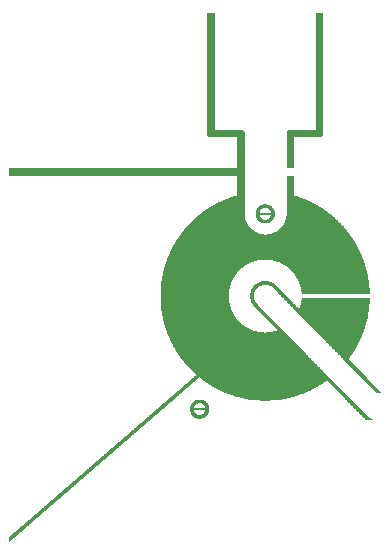
<source format=gto>
G04 MADE WITH FRITZING*
G04 WWW.FRITZING.ORG*
G04 DOUBLE SIDED*
G04 HOLES PLATED*
G04 CONTOUR ON CENTER OF CONTOUR VECTOR*
%ASAXBY*%
%FSLAX23Y23*%
%MOIN*%
%OFA0B0*%
%SFA1.0B1.0*%
%ADD10R,0.001000X0.001000*%
%LNSILK1*%
G90*
G70*
G54D10*
X658Y1771D02*
X683Y1771D01*
X1022Y1771D02*
X1046Y1771D01*
X658Y1770D02*
X683Y1770D01*
X1022Y1770D02*
X1046Y1770D01*
X658Y1769D02*
X683Y1769D01*
X1022Y1769D02*
X1046Y1769D01*
X658Y1768D02*
X683Y1768D01*
X1022Y1768D02*
X1046Y1768D01*
X658Y1767D02*
X683Y1767D01*
X1022Y1767D02*
X1046Y1767D01*
X658Y1766D02*
X683Y1766D01*
X1022Y1766D02*
X1046Y1766D01*
X658Y1765D02*
X683Y1765D01*
X1022Y1765D02*
X1046Y1765D01*
X658Y1764D02*
X683Y1764D01*
X1022Y1764D02*
X1046Y1764D01*
X658Y1763D02*
X683Y1763D01*
X1022Y1763D02*
X1046Y1763D01*
X658Y1762D02*
X683Y1762D01*
X1022Y1762D02*
X1046Y1762D01*
X658Y1761D02*
X683Y1761D01*
X1022Y1761D02*
X1046Y1761D01*
X658Y1760D02*
X683Y1760D01*
X1022Y1760D02*
X1046Y1760D01*
X658Y1759D02*
X683Y1759D01*
X1022Y1759D02*
X1046Y1759D01*
X658Y1758D02*
X683Y1758D01*
X1022Y1758D02*
X1046Y1758D01*
X658Y1757D02*
X683Y1757D01*
X1022Y1757D02*
X1046Y1757D01*
X658Y1756D02*
X683Y1756D01*
X1022Y1756D02*
X1046Y1756D01*
X658Y1755D02*
X683Y1755D01*
X1022Y1755D02*
X1046Y1755D01*
X658Y1754D02*
X683Y1754D01*
X1022Y1754D02*
X1046Y1754D01*
X658Y1753D02*
X683Y1753D01*
X1022Y1753D02*
X1046Y1753D01*
X658Y1752D02*
X683Y1752D01*
X1022Y1752D02*
X1046Y1752D01*
X658Y1751D02*
X683Y1751D01*
X1022Y1751D02*
X1046Y1751D01*
X658Y1750D02*
X683Y1750D01*
X1022Y1750D02*
X1046Y1750D01*
X658Y1749D02*
X683Y1749D01*
X1022Y1749D02*
X1046Y1749D01*
X658Y1748D02*
X683Y1748D01*
X1022Y1748D02*
X1046Y1748D01*
X658Y1747D02*
X683Y1747D01*
X1022Y1747D02*
X1046Y1747D01*
X658Y1746D02*
X683Y1746D01*
X1022Y1746D02*
X1046Y1746D01*
X658Y1745D02*
X683Y1745D01*
X1022Y1745D02*
X1046Y1745D01*
X658Y1744D02*
X683Y1744D01*
X1022Y1744D02*
X1046Y1744D01*
X658Y1743D02*
X683Y1743D01*
X1022Y1743D02*
X1046Y1743D01*
X658Y1742D02*
X683Y1742D01*
X1022Y1742D02*
X1046Y1742D01*
X658Y1741D02*
X683Y1741D01*
X1022Y1741D02*
X1046Y1741D01*
X658Y1740D02*
X683Y1740D01*
X1022Y1740D02*
X1046Y1740D01*
X658Y1739D02*
X683Y1739D01*
X1022Y1739D02*
X1046Y1739D01*
X658Y1738D02*
X683Y1738D01*
X1022Y1738D02*
X1046Y1738D01*
X658Y1737D02*
X683Y1737D01*
X1022Y1737D02*
X1046Y1737D01*
X658Y1736D02*
X683Y1736D01*
X1022Y1736D02*
X1046Y1736D01*
X658Y1735D02*
X683Y1735D01*
X1022Y1735D02*
X1046Y1735D01*
X658Y1734D02*
X683Y1734D01*
X1022Y1734D02*
X1046Y1734D01*
X658Y1733D02*
X683Y1733D01*
X1022Y1733D02*
X1046Y1733D01*
X658Y1732D02*
X683Y1732D01*
X1022Y1732D02*
X1046Y1732D01*
X658Y1731D02*
X683Y1731D01*
X1022Y1731D02*
X1046Y1731D01*
X658Y1730D02*
X683Y1730D01*
X1022Y1730D02*
X1046Y1730D01*
X658Y1729D02*
X683Y1729D01*
X1022Y1729D02*
X1046Y1729D01*
X658Y1728D02*
X683Y1728D01*
X1022Y1728D02*
X1046Y1728D01*
X658Y1727D02*
X683Y1727D01*
X1022Y1727D02*
X1046Y1727D01*
X658Y1726D02*
X683Y1726D01*
X1022Y1726D02*
X1046Y1726D01*
X658Y1725D02*
X683Y1725D01*
X1022Y1725D02*
X1046Y1725D01*
X658Y1724D02*
X683Y1724D01*
X1022Y1724D02*
X1046Y1724D01*
X658Y1723D02*
X683Y1723D01*
X1022Y1723D02*
X1046Y1723D01*
X658Y1722D02*
X683Y1722D01*
X1022Y1722D02*
X1046Y1722D01*
X658Y1721D02*
X683Y1721D01*
X1022Y1721D02*
X1046Y1721D01*
X658Y1720D02*
X683Y1720D01*
X1022Y1720D02*
X1046Y1720D01*
X658Y1719D02*
X683Y1719D01*
X1022Y1719D02*
X1046Y1719D01*
X658Y1718D02*
X683Y1718D01*
X1022Y1718D02*
X1046Y1718D01*
X658Y1717D02*
X683Y1717D01*
X1022Y1717D02*
X1046Y1717D01*
X658Y1716D02*
X683Y1716D01*
X1022Y1716D02*
X1046Y1716D01*
X658Y1715D02*
X683Y1715D01*
X1022Y1715D02*
X1046Y1715D01*
X658Y1714D02*
X683Y1714D01*
X1022Y1714D02*
X1046Y1714D01*
X658Y1713D02*
X683Y1713D01*
X1022Y1713D02*
X1046Y1713D01*
X658Y1712D02*
X683Y1712D01*
X1022Y1712D02*
X1046Y1712D01*
X658Y1711D02*
X683Y1711D01*
X1022Y1711D02*
X1046Y1711D01*
X658Y1710D02*
X683Y1710D01*
X1022Y1710D02*
X1046Y1710D01*
X658Y1709D02*
X683Y1709D01*
X1022Y1709D02*
X1046Y1709D01*
X658Y1708D02*
X683Y1708D01*
X1022Y1708D02*
X1046Y1708D01*
X658Y1707D02*
X683Y1707D01*
X1022Y1707D02*
X1046Y1707D01*
X658Y1706D02*
X683Y1706D01*
X1022Y1706D02*
X1046Y1706D01*
X658Y1705D02*
X683Y1705D01*
X1022Y1705D02*
X1046Y1705D01*
X658Y1704D02*
X683Y1704D01*
X1022Y1704D02*
X1046Y1704D01*
X658Y1703D02*
X683Y1703D01*
X1022Y1703D02*
X1046Y1703D01*
X658Y1702D02*
X683Y1702D01*
X1022Y1702D02*
X1046Y1702D01*
X658Y1701D02*
X683Y1701D01*
X1022Y1701D02*
X1046Y1701D01*
X658Y1700D02*
X683Y1700D01*
X1022Y1700D02*
X1046Y1700D01*
X658Y1699D02*
X683Y1699D01*
X1022Y1699D02*
X1046Y1699D01*
X658Y1698D02*
X683Y1698D01*
X1022Y1698D02*
X1046Y1698D01*
X658Y1697D02*
X683Y1697D01*
X1022Y1697D02*
X1046Y1697D01*
X658Y1696D02*
X683Y1696D01*
X1022Y1696D02*
X1046Y1696D01*
X658Y1695D02*
X683Y1695D01*
X1022Y1695D02*
X1046Y1695D01*
X658Y1694D02*
X683Y1694D01*
X1022Y1694D02*
X1046Y1694D01*
X658Y1693D02*
X683Y1693D01*
X1022Y1693D02*
X1046Y1693D01*
X658Y1692D02*
X683Y1692D01*
X1022Y1692D02*
X1046Y1692D01*
X658Y1691D02*
X683Y1691D01*
X1022Y1691D02*
X1046Y1691D01*
X658Y1690D02*
X683Y1690D01*
X1022Y1690D02*
X1046Y1690D01*
X658Y1689D02*
X683Y1689D01*
X1022Y1689D02*
X1046Y1689D01*
X658Y1688D02*
X683Y1688D01*
X1022Y1688D02*
X1046Y1688D01*
X658Y1687D02*
X683Y1687D01*
X1022Y1687D02*
X1046Y1687D01*
X658Y1686D02*
X683Y1686D01*
X1022Y1686D02*
X1046Y1686D01*
X658Y1685D02*
X683Y1685D01*
X1022Y1685D02*
X1046Y1685D01*
X658Y1684D02*
X683Y1684D01*
X1022Y1684D02*
X1046Y1684D01*
X658Y1683D02*
X683Y1683D01*
X1022Y1683D02*
X1046Y1683D01*
X658Y1682D02*
X683Y1682D01*
X1022Y1682D02*
X1046Y1682D01*
X658Y1681D02*
X683Y1681D01*
X1022Y1681D02*
X1046Y1681D01*
X658Y1680D02*
X683Y1680D01*
X1022Y1680D02*
X1046Y1680D01*
X658Y1679D02*
X683Y1679D01*
X1022Y1679D02*
X1046Y1679D01*
X658Y1678D02*
X683Y1678D01*
X1022Y1678D02*
X1046Y1678D01*
X658Y1677D02*
X683Y1677D01*
X1022Y1677D02*
X1046Y1677D01*
X658Y1676D02*
X683Y1676D01*
X1022Y1676D02*
X1046Y1676D01*
X658Y1675D02*
X683Y1675D01*
X1022Y1675D02*
X1046Y1675D01*
X658Y1674D02*
X683Y1674D01*
X1022Y1674D02*
X1046Y1674D01*
X658Y1673D02*
X683Y1673D01*
X1022Y1673D02*
X1046Y1673D01*
X658Y1672D02*
X683Y1672D01*
X1022Y1672D02*
X1046Y1672D01*
X658Y1671D02*
X683Y1671D01*
X1022Y1671D02*
X1046Y1671D01*
X658Y1670D02*
X683Y1670D01*
X1022Y1670D02*
X1046Y1670D01*
X658Y1669D02*
X683Y1669D01*
X1022Y1669D02*
X1046Y1669D01*
X658Y1668D02*
X683Y1668D01*
X1022Y1668D02*
X1046Y1668D01*
X658Y1667D02*
X683Y1667D01*
X1022Y1667D02*
X1046Y1667D01*
X658Y1666D02*
X683Y1666D01*
X1022Y1666D02*
X1046Y1666D01*
X658Y1665D02*
X683Y1665D01*
X1022Y1665D02*
X1046Y1665D01*
X658Y1664D02*
X683Y1664D01*
X1022Y1664D02*
X1046Y1664D01*
X658Y1663D02*
X683Y1663D01*
X1022Y1663D02*
X1046Y1663D01*
X658Y1662D02*
X683Y1662D01*
X1022Y1662D02*
X1046Y1662D01*
X658Y1661D02*
X683Y1661D01*
X1022Y1661D02*
X1046Y1661D01*
X658Y1660D02*
X683Y1660D01*
X1022Y1660D02*
X1046Y1660D01*
X658Y1659D02*
X683Y1659D01*
X1022Y1659D02*
X1046Y1659D01*
X658Y1658D02*
X683Y1658D01*
X1022Y1658D02*
X1046Y1658D01*
X658Y1657D02*
X683Y1657D01*
X1022Y1657D02*
X1046Y1657D01*
X658Y1656D02*
X683Y1656D01*
X1022Y1656D02*
X1046Y1656D01*
X658Y1655D02*
X683Y1655D01*
X1022Y1655D02*
X1046Y1655D01*
X658Y1654D02*
X683Y1654D01*
X1022Y1654D02*
X1046Y1654D01*
X658Y1653D02*
X683Y1653D01*
X1022Y1653D02*
X1046Y1653D01*
X658Y1652D02*
X683Y1652D01*
X1022Y1652D02*
X1046Y1652D01*
X658Y1651D02*
X683Y1651D01*
X1022Y1651D02*
X1046Y1651D01*
X658Y1650D02*
X683Y1650D01*
X1022Y1650D02*
X1046Y1650D01*
X658Y1649D02*
X683Y1649D01*
X1022Y1649D02*
X1046Y1649D01*
X658Y1648D02*
X683Y1648D01*
X1022Y1648D02*
X1046Y1648D01*
X658Y1647D02*
X683Y1647D01*
X1022Y1647D02*
X1046Y1647D01*
X658Y1646D02*
X683Y1646D01*
X1022Y1646D02*
X1046Y1646D01*
X658Y1645D02*
X683Y1645D01*
X1022Y1645D02*
X1046Y1645D01*
X658Y1644D02*
X683Y1644D01*
X1022Y1644D02*
X1046Y1644D01*
X658Y1643D02*
X683Y1643D01*
X1022Y1643D02*
X1046Y1643D01*
X658Y1642D02*
X683Y1642D01*
X1022Y1642D02*
X1046Y1642D01*
X658Y1641D02*
X683Y1641D01*
X1022Y1641D02*
X1046Y1641D01*
X658Y1640D02*
X683Y1640D01*
X1022Y1640D02*
X1046Y1640D01*
X658Y1639D02*
X683Y1639D01*
X1022Y1639D02*
X1046Y1639D01*
X658Y1638D02*
X683Y1638D01*
X1022Y1638D02*
X1046Y1638D01*
X658Y1637D02*
X683Y1637D01*
X1022Y1637D02*
X1046Y1637D01*
X658Y1636D02*
X683Y1636D01*
X1022Y1636D02*
X1046Y1636D01*
X658Y1635D02*
X683Y1635D01*
X1022Y1635D02*
X1046Y1635D01*
X658Y1634D02*
X683Y1634D01*
X1022Y1634D02*
X1046Y1634D01*
X658Y1633D02*
X683Y1633D01*
X1022Y1633D02*
X1046Y1633D01*
X658Y1632D02*
X683Y1632D01*
X1022Y1632D02*
X1046Y1632D01*
X658Y1631D02*
X683Y1631D01*
X1022Y1631D02*
X1046Y1631D01*
X658Y1630D02*
X683Y1630D01*
X1022Y1630D02*
X1046Y1630D01*
X658Y1629D02*
X683Y1629D01*
X1022Y1629D02*
X1046Y1629D01*
X658Y1628D02*
X683Y1628D01*
X1022Y1628D02*
X1046Y1628D01*
X658Y1627D02*
X683Y1627D01*
X1022Y1627D02*
X1046Y1627D01*
X658Y1626D02*
X683Y1626D01*
X1022Y1626D02*
X1046Y1626D01*
X658Y1625D02*
X683Y1625D01*
X1022Y1625D02*
X1046Y1625D01*
X658Y1624D02*
X683Y1624D01*
X1022Y1624D02*
X1046Y1624D01*
X658Y1623D02*
X683Y1623D01*
X1022Y1623D02*
X1046Y1623D01*
X658Y1622D02*
X683Y1622D01*
X1022Y1622D02*
X1046Y1622D01*
X658Y1621D02*
X683Y1621D01*
X1022Y1621D02*
X1046Y1621D01*
X658Y1620D02*
X683Y1620D01*
X1022Y1620D02*
X1046Y1620D01*
X658Y1619D02*
X683Y1619D01*
X1022Y1619D02*
X1046Y1619D01*
X658Y1618D02*
X683Y1618D01*
X1022Y1618D02*
X1046Y1618D01*
X658Y1617D02*
X683Y1617D01*
X1022Y1617D02*
X1046Y1617D01*
X658Y1616D02*
X683Y1616D01*
X1022Y1616D02*
X1046Y1616D01*
X658Y1615D02*
X683Y1615D01*
X1022Y1615D02*
X1046Y1615D01*
X658Y1614D02*
X683Y1614D01*
X1022Y1614D02*
X1046Y1614D01*
X658Y1613D02*
X683Y1613D01*
X1022Y1613D02*
X1046Y1613D01*
X658Y1612D02*
X683Y1612D01*
X1022Y1612D02*
X1046Y1612D01*
X658Y1611D02*
X683Y1611D01*
X1022Y1611D02*
X1046Y1611D01*
X658Y1610D02*
X683Y1610D01*
X1022Y1610D02*
X1046Y1610D01*
X658Y1609D02*
X683Y1609D01*
X1022Y1609D02*
X1046Y1609D01*
X658Y1608D02*
X683Y1608D01*
X1022Y1608D02*
X1046Y1608D01*
X658Y1607D02*
X683Y1607D01*
X1022Y1607D02*
X1046Y1607D01*
X658Y1606D02*
X683Y1606D01*
X1022Y1606D02*
X1046Y1606D01*
X658Y1605D02*
X683Y1605D01*
X1022Y1605D02*
X1046Y1605D01*
X658Y1604D02*
X683Y1604D01*
X1022Y1604D02*
X1046Y1604D01*
X658Y1603D02*
X683Y1603D01*
X1022Y1603D02*
X1046Y1603D01*
X658Y1602D02*
X683Y1602D01*
X1022Y1602D02*
X1046Y1602D01*
X658Y1601D02*
X683Y1601D01*
X1022Y1601D02*
X1046Y1601D01*
X658Y1600D02*
X683Y1600D01*
X1022Y1600D02*
X1046Y1600D01*
X658Y1599D02*
X683Y1599D01*
X1022Y1599D02*
X1046Y1599D01*
X658Y1598D02*
X683Y1598D01*
X1022Y1598D02*
X1046Y1598D01*
X658Y1597D02*
X683Y1597D01*
X1022Y1597D02*
X1046Y1597D01*
X658Y1596D02*
X683Y1596D01*
X1022Y1596D02*
X1046Y1596D01*
X658Y1595D02*
X683Y1595D01*
X1022Y1595D02*
X1046Y1595D01*
X658Y1594D02*
X683Y1594D01*
X1022Y1594D02*
X1046Y1594D01*
X658Y1593D02*
X683Y1593D01*
X1022Y1593D02*
X1046Y1593D01*
X658Y1592D02*
X683Y1592D01*
X1022Y1592D02*
X1046Y1592D01*
X658Y1591D02*
X683Y1591D01*
X1022Y1591D02*
X1046Y1591D01*
X658Y1590D02*
X683Y1590D01*
X1022Y1590D02*
X1046Y1590D01*
X658Y1589D02*
X683Y1589D01*
X1022Y1589D02*
X1046Y1589D01*
X658Y1588D02*
X683Y1588D01*
X1022Y1588D02*
X1046Y1588D01*
X658Y1587D02*
X683Y1587D01*
X1022Y1587D02*
X1046Y1587D01*
X658Y1586D02*
X683Y1586D01*
X1022Y1586D02*
X1046Y1586D01*
X658Y1585D02*
X683Y1585D01*
X1022Y1585D02*
X1046Y1585D01*
X658Y1584D02*
X683Y1584D01*
X1022Y1584D02*
X1046Y1584D01*
X658Y1583D02*
X683Y1583D01*
X1022Y1583D02*
X1046Y1583D01*
X658Y1582D02*
X683Y1582D01*
X1022Y1582D02*
X1046Y1582D01*
X658Y1581D02*
X683Y1581D01*
X1022Y1581D02*
X1046Y1581D01*
X658Y1580D02*
X683Y1580D01*
X1022Y1580D02*
X1046Y1580D01*
X658Y1579D02*
X683Y1579D01*
X1022Y1579D02*
X1046Y1579D01*
X658Y1578D02*
X683Y1578D01*
X1022Y1578D02*
X1046Y1578D01*
X658Y1577D02*
X683Y1577D01*
X1022Y1577D02*
X1046Y1577D01*
X658Y1576D02*
X683Y1576D01*
X1022Y1576D02*
X1046Y1576D01*
X658Y1575D02*
X683Y1575D01*
X1022Y1575D02*
X1046Y1575D01*
X658Y1574D02*
X683Y1574D01*
X1022Y1574D02*
X1046Y1574D01*
X658Y1573D02*
X683Y1573D01*
X1022Y1573D02*
X1046Y1573D01*
X658Y1572D02*
X683Y1572D01*
X1022Y1572D02*
X1046Y1572D01*
X658Y1571D02*
X683Y1571D01*
X1022Y1571D02*
X1046Y1571D01*
X658Y1570D02*
X683Y1570D01*
X1022Y1570D02*
X1046Y1570D01*
X658Y1569D02*
X683Y1569D01*
X1022Y1569D02*
X1046Y1569D01*
X658Y1568D02*
X683Y1568D01*
X1022Y1568D02*
X1046Y1568D01*
X658Y1567D02*
X683Y1567D01*
X1022Y1567D02*
X1046Y1567D01*
X658Y1566D02*
X683Y1566D01*
X1022Y1566D02*
X1046Y1566D01*
X658Y1565D02*
X683Y1565D01*
X1022Y1565D02*
X1046Y1565D01*
X658Y1564D02*
X683Y1564D01*
X1022Y1564D02*
X1046Y1564D01*
X658Y1563D02*
X683Y1563D01*
X1022Y1563D02*
X1046Y1563D01*
X658Y1562D02*
X683Y1562D01*
X1022Y1562D02*
X1046Y1562D01*
X658Y1561D02*
X683Y1561D01*
X1022Y1561D02*
X1046Y1561D01*
X658Y1560D02*
X683Y1560D01*
X1022Y1560D02*
X1046Y1560D01*
X658Y1559D02*
X683Y1559D01*
X1022Y1559D02*
X1046Y1559D01*
X658Y1558D02*
X683Y1558D01*
X1022Y1558D02*
X1046Y1558D01*
X658Y1557D02*
X683Y1557D01*
X1022Y1557D02*
X1046Y1557D01*
X658Y1556D02*
X683Y1556D01*
X1022Y1556D02*
X1046Y1556D01*
X658Y1555D02*
X683Y1555D01*
X1022Y1555D02*
X1046Y1555D01*
X658Y1554D02*
X683Y1554D01*
X1022Y1554D02*
X1046Y1554D01*
X658Y1553D02*
X683Y1553D01*
X1022Y1553D02*
X1046Y1553D01*
X658Y1552D02*
X683Y1552D01*
X1022Y1552D02*
X1046Y1552D01*
X658Y1551D02*
X683Y1551D01*
X1022Y1551D02*
X1046Y1551D01*
X658Y1550D02*
X683Y1550D01*
X1022Y1550D02*
X1046Y1550D01*
X658Y1549D02*
X683Y1549D01*
X1022Y1549D02*
X1046Y1549D01*
X658Y1548D02*
X683Y1548D01*
X1022Y1548D02*
X1046Y1548D01*
X658Y1547D02*
X683Y1547D01*
X1022Y1547D02*
X1046Y1547D01*
X658Y1546D02*
X683Y1546D01*
X1022Y1546D02*
X1046Y1546D01*
X658Y1545D02*
X683Y1545D01*
X1022Y1545D02*
X1046Y1545D01*
X658Y1544D02*
X683Y1544D01*
X1022Y1544D02*
X1046Y1544D01*
X658Y1543D02*
X683Y1543D01*
X1022Y1543D02*
X1046Y1543D01*
X658Y1542D02*
X683Y1542D01*
X1022Y1542D02*
X1046Y1542D01*
X658Y1541D02*
X683Y1541D01*
X1022Y1541D02*
X1046Y1541D01*
X658Y1540D02*
X683Y1540D01*
X1022Y1540D02*
X1046Y1540D01*
X658Y1539D02*
X683Y1539D01*
X1022Y1539D02*
X1046Y1539D01*
X658Y1538D02*
X683Y1538D01*
X1022Y1538D02*
X1046Y1538D01*
X658Y1537D02*
X683Y1537D01*
X1022Y1537D02*
X1046Y1537D01*
X658Y1536D02*
X683Y1536D01*
X1022Y1536D02*
X1046Y1536D01*
X658Y1535D02*
X683Y1535D01*
X1022Y1535D02*
X1046Y1535D01*
X658Y1534D02*
X683Y1534D01*
X1022Y1534D02*
X1046Y1534D01*
X658Y1533D02*
X683Y1533D01*
X1022Y1533D02*
X1046Y1533D01*
X658Y1532D02*
X683Y1532D01*
X1022Y1532D02*
X1046Y1532D01*
X658Y1531D02*
X683Y1531D01*
X1022Y1531D02*
X1046Y1531D01*
X658Y1530D02*
X683Y1530D01*
X1022Y1530D02*
X1046Y1530D01*
X658Y1529D02*
X683Y1529D01*
X1022Y1529D02*
X1046Y1529D01*
X658Y1528D02*
X683Y1528D01*
X1022Y1528D02*
X1046Y1528D01*
X658Y1527D02*
X683Y1527D01*
X1022Y1527D02*
X1046Y1527D01*
X658Y1526D02*
X683Y1526D01*
X1022Y1526D02*
X1046Y1526D01*
X658Y1525D02*
X683Y1525D01*
X1022Y1525D02*
X1046Y1525D01*
X658Y1524D02*
X683Y1524D01*
X1022Y1524D02*
X1046Y1524D01*
X658Y1523D02*
X683Y1523D01*
X1022Y1523D02*
X1046Y1523D01*
X658Y1522D02*
X683Y1522D01*
X1022Y1522D02*
X1046Y1522D01*
X658Y1521D02*
X683Y1521D01*
X1022Y1521D02*
X1046Y1521D01*
X658Y1520D02*
X683Y1520D01*
X1022Y1520D02*
X1046Y1520D01*
X658Y1519D02*
X683Y1519D01*
X1022Y1519D02*
X1046Y1519D01*
X658Y1518D02*
X683Y1518D01*
X1022Y1518D02*
X1046Y1518D01*
X658Y1517D02*
X683Y1517D01*
X1022Y1517D02*
X1046Y1517D01*
X658Y1516D02*
X683Y1516D01*
X1022Y1516D02*
X1046Y1516D01*
X658Y1515D02*
X683Y1515D01*
X1022Y1515D02*
X1046Y1515D01*
X658Y1514D02*
X683Y1514D01*
X1022Y1514D02*
X1046Y1514D01*
X658Y1513D02*
X683Y1513D01*
X1022Y1513D02*
X1046Y1513D01*
X658Y1512D02*
X683Y1512D01*
X1022Y1512D02*
X1046Y1512D01*
X658Y1511D02*
X683Y1511D01*
X1022Y1511D02*
X1046Y1511D01*
X658Y1510D02*
X683Y1510D01*
X1022Y1510D02*
X1046Y1510D01*
X658Y1509D02*
X683Y1509D01*
X1022Y1509D02*
X1046Y1509D01*
X658Y1508D02*
X683Y1508D01*
X1022Y1508D02*
X1046Y1508D01*
X658Y1507D02*
X683Y1507D01*
X1022Y1507D02*
X1046Y1507D01*
X658Y1506D02*
X683Y1506D01*
X1022Y1506D02*
X1046Y1506D01*
X658Y1505D02*
X683Y1505D01*
X1022Y1505D02*
X1046Y1505D01*
X658Y1504D02*
X683Y1504D01*
X1022Y1504D02*
X1046Y1504D01*
X658Y1503D02*
X683Y1503D01*
X1022Y1503D02*
X1046Y1503D01*
X658Y1502D02*
X683Y1502D01*
X1022Y1502D02*
X1046Y1502D01*
X658Y1501D02*
X683Y1501D01*
X1022Y1501D02*
X1046Y1501D01*
X658Y1500D02*
X683Y1500D01*
X1022Y1500D02*
X1046Y1500D01*
X658Y1499D02*
X683Y1499D01*
X1022Y1499D02*
X1046Y1499D01*
X658Y1498D02*
X683Y1498D01*
X1022Y1498D02*
X1046Y1498D01*
X658Y1497D02*
X683Y1497D01*
X1022Y1497D02*
X1046Y1497D01*
X658Y1496D02*
X683Y1496D01*
X1022Y1496D02*
X1046Y1496D01*
X658Y1495D02*
X683Y1495D01*
X1022Y1495D02*
X1046Y1495D01*
X658Y1494D02*
X683Y1494D01*
X1022Y1494D02*
X1046Y1494D01*
X658Y1493D02*
X683Y1493D01*
X1022Y1493D02*
X1046Y1493D01*
X658Y1492D02*
X683Y1492D01*
X1022Y1492D02*
X1046Y1492D01*
X658Y1491D02*
X683Y1491D01*
X1022Y1491D02*
X1046Y1491D01*
X658Y1490D02*
X683Y1490D01*
X1022Y1490D02*
X1046Y1490D01*
X658Y1489D02*
X683Y1489D01*
X1022Y1489D02*
X1046Y1489D01*
X658Y1488D02*
X683Y1488D01*
X1022Y1488D02*
X1046Y1488D01*
X658Y1487D02*
X683Y1487D01*
X1022Y1487D02*
X1046Y1487D01*
X658Y1486D02*
X683Y1486D01*
X1022Y1486D02*
X1046Y1486D01*
X658Y1485D02*
X683Y1485D01*
X1022Y1485D02*
X1046Y1485D01*
X658Y1484D02*
X683Y1484D01*
X1022Y1484D02*
X1046Y1484D01*
X658Y1483D02*
X683Y1483D01*
X1022Y1483D02*
X1046Y1483D01*
X658Y1482D02*
X683Y1482D01*
X1022Y1482D02*
X1046Y1482D01*
X658Y1481D02*
X683Y1481D01*
X1022Y1481D02*
X1046Y1481D01*
X658Y1480D02*
X683Y1480D01*
X1022Y1480D02*
X1046Y1480D01*
X658Y1479D02*
X683Y1479D01*
X1022Y1479D02*
X1046Y1479D01*
X658Y1478D02*
X683Y1478D01*
X1022Y1478D02*
X1046Y1478D01*
X658Y1477D02*
X683Y1477D01*
X1022Y1477D02*
X1046Y1477D01*
X658Y1476D02*
X683Y1476D01*
X1022Y1476D02*
X1046Y1476D01*
X658Y1475D02*
X683Y1475D01*
X1022Y1475D02*
X1046Y1475D01*
X658Y1474D02*
X683Y1474D01*
X1022Y1474D02*
X1046Y1474D01*
X658Y1473D02*
X683Y1473D01*
X1022Y1473D02*
X1046Y1473D01*
X658Y1472D02*
X683Y1472D01*
X1022Y1472D02*
X1046Y1472D01*
X658Y1471D02*
X683Y1471D01*
X1022Y1471D02*
X1046Y1471D01*
X658Y1470D02*
X683Y1470D01*
X1022Y1470D02*
X1046Y1470D01*
X658Y1469D02*
X683Y1469D01*
X1022Y1469D02*
X1046Y1469D01*
X658Y1468D02*
X683Y1468D01*
X1022Y1468D02*
X1046Y1468D01*
X658Y1467D02*
X683Y1467D01*
X1022Y1467D02*
X1046Y1467D01*
X658Y1466D02*
X683Y1466D01*
X1022Y1466D02*
X1046Y1466D01*
X658Y1465D02*
X683Y1465D01*
X1022Y1465D02*
X1046Y1465D01*
X658Y1464D02*
X683Y1464D01*
X1022Y1464D02*
X1046Y1464D01*
X658Y1463D02*
X683Y1463D01*
X1022Y1463D02*
X1046Y1463D01*
X658Y1462D02*
X683Y1462D01*
X1022Y1462D02*
X1046Y1462D01*
X658Y1461D02*
X683Y1461D01*
X1022Y1461D02*
X1046Y1461D01*
X658Y1460D02*
X683Y1460D01*
X1022Y1460D02*
X1046Y1460D01*
X658Y1459D02*
X683Y1459D01*
X1022Y1459D02*
X1046Y1459D01*
X658Y1458D02*
X683Y1458D01*
X1022Y1458D02*
X1046Y1458D01*
X658Y1457D02*
X683Y1457D01*
X1022Y1457D02*
X1046Y1457D01*
X658Y1456D02*
X683Y1456D01*
X1022Y1456D02*
X1046Y1456D01*
X658Y1455D02*
X683Y1455D01*
X1022Y1455D02*
X1046Y1455D01*
X658Y1454D02*
X683Y1454D01*
X1022Y1454D02*
X1046Y1454D01*
X658Y1453D02*
X683Y1453D01*
X1022Y1453D02*
X1046Y1453D01*
X658Y1452D02*
X683Y1452D01*
X1022Y1452D02*
X1046Y1452D01*
X658Y1451D02*
X683Y1451D01*
X1022Y1451D02*
X1046Y1451D01*
X658Y1450D02*
X683Y1450D01*
X1022Y1450D02*
X1046Y1450D01*
X658Y1449D02*
X683Y1449D01*
X1022Y1449D02*
X1046Y1449D01*
X658Y1448D02*
X683Y1448D01*
X1022Y1448D02*
X1046Y1448D01*
X658Y1447D02*
X683Y1447D01*
X1022Y1447D02*
X1046Y1447D01*
X658Y1446D02*
X683Y1446D01*
X1022Y1446D02*
X1046Y1446D01*
X658Y1445D02*
X683Y1445D01*
X1022Y1445D02*
X1046Y1445D01*
X658Y1444D02*
X683Y1444D01*
X1022Y1444D02*
X1046Y1444D01*
X658Y1443D02*
X683Y1443D01*
X1022Y1443D02*
X1046Y1443D01*
X658Y1442D02*
X683Y1442D01*
X1022Y1442D02*
X1046Y1442D01*
X658Y1441D02*
X683Y1441D01*
X1022Y1441D02*
X1046Y1441D01*
X658Y1440D02*
X683Y1440D01*
X1022Y1440D02*
X1046Y1440D01*
X658Y1439D02*
X683Y1439D01*
X1022Y1439D02*
X1046Y1439D01*
X658Y1438D02*
X683Y1438D01*
X1022Y1438D02*
X1046Y1438D01*
X658Y1437D02*
X683Y1437D01*
X1022Y1437D02*
X1046Y1437D01*
X658Y1436D02*
X683Y1436D01*
X1022Y1436D02*
X1046Y1436D01*
X658Y1435D02*
X683Y1435D01*
X1022Y1435D02*
X1046Y1435D01*
X658Y1434D02*
X683Y1434D01*
X1022Y1434D02*
X1046Y1434D01*
X658Y1433D02*
X683Y1433D01*
X1022Y1433D02*
X1046Y1433D01*
X658Y1432D02*
X683Y1432D01*
X1022Y1432D02*
X1046Y1432D01*
X658Y1431D02*
X683Y1431D01*
X1022Y1431D02*
X1046Y1431D01*
X658Y1430D02*
X683Y1430D01*
X1022Y1430D02*
X1046Y1430D01*
X658Y1429D02*
X683Y1429D01*
X1022Y1429D02*
X1046Y1429D01*
X658Y1428D02*
X683Y1428D01*
X1022Y1428D02*
X1046Y1428D01*
X658Y1427D02*
X683Y1427D01*
X1022Y1427D02*
X1046Y1427D01*
X658Y1426D02*
X683Y1426D01*
X1022Y1426D02*
X1046Y1426D01*
X658Y1425D02*
X683Y1425D01*
X1022Y1425D02*
X1046Y1425D01*
X658Y1424D02*
X683Y1424D01*
X1022Y1424D02*
X1046Y1424D01*
X658Y1423D02*
X683Y1423D01*
X1022Y1423D02*
X1046Y1423D01*
X658Y1422D02*
X683Y1422D01*
X1022Y1422D02*
X1046Y1422D01*
X658Y1421D02*
X683Y1421D01*
X1022Y1421D02*
X1046Y1421D01*
X658Y1420D02*
X683Y1420D01*
X1022Y1420D02*
X1046Y1420D01*
X658Y1419D02*
X683Y1419D01*
X1022Y1419D02*
X1046Y1419D01*
X658Y1418D02*
X683Y1418D01*
X1022Y1418D02*
X1046Y1418D01*
X658Y1417D02*
X683Y1417D01*
X1022Y1417D02*
X1046Y1417D01*
X658Y1416D02*
X683Y1416D01*
X1022Y1416D02*
X1046Y1416D01*
X658Y1415D02*
X683Y1415D01*
X1022Y1415D02*
X1046Y1415D01*
X658Y1414D02*
X683Y1414D01*
X1022Y1414D02*
X1046Y1414D01*
X658Y1413D02*
X683Y1413D01*
X1022Y1413D02*
X1046Y1413D01*
X658Y1412D02*
X683Y1412D01*
X1022Y1412D02*
X1046Y1412D01*
X658Y1411D02*
X683Y1411D01*
X1022Y1411D02*
X1046Y1411D01*
X658Y1410D02*
X683Y1410D01*
X1022Y1410D02*
X1046Y1410D01*
X658Y1409D02*
X683Y1409D01*
X1022Y1409D02*
X1046Y1409D01*
X658Y1408D02*
X683Y1408D01*
X1022Y1408D02*
X1046Y1408D01*
X658Y1407D02*
X683Y1407D01*
X1022Y1407D02*
X1046Y1407D01*
X658Y1406D02*
X683Y1406D01*
X1022Y1406D02*
X1046Y1406D01*
X658Y1405D02*
X683Y1405D01*
X1022Y1405D02*
X1046Y1405D01*
X658Y1404D02*
X683Y1404D01*
X1022Y1404D02*
X1046Y1404D01*
X658Y1403D02*
X683Y1403D01*
X1022Y1403D02*
X1046Y1403D01*
X658Y1402D02*
X683Y1402D01*
X1022Y1402D02*
X1046Y1402D01*
X658Y1401D02*
X683Y1401D01*
X1022Y1401D02*
X1046Y1401D01*
X658Y1400D02*
X683Y1400D01*
X1022Y1400D02*
X1046Y1400D01*
X658Y1399D02*
X683Y1399D01*
X1022Y1399D02*
X1046Y1399D01*
X658Y1398D02*
X683Y1398D01*
X1022Y1398D02*
X1046Y1398D01*
X658Y1397D02*
X683Y1397D01*
X1022Y1397D02*
X1046Y1397D01*
X658Y1396D02*
X683Y1396D01*
X1022Y1396D02*
X1046Y1396D01*
X658Y1395D02*
X683Y1395D01*
X1022Y1395D02*
X1046Y1395D01*
X658Y1394D02*
X683Y1394D01*
X1022Y1394D02*
X1046Y1394D01*
X658Y1393D02*
X683Y1393D01*
X1022Y1393D02*
X1046Y1393D01*
X658Y1392D02*
X683Y1392D01*
X1022Y1392D02*
X1046Y1392D01*
X658Y1391D02*
X683Y1391D01*
X1022Y1391D02*
X1046Y1391D01*
X658Y1390D02*
X683Y1390D01*
X1022Y1390D02*
X1046Y1390D01*
X658Y1389D02*
X683Y1389D01*
X1022Y1389D02*
X1046Y1389D01*
X658Y1388D02*
X683Y1388D01*
X1022Y1388D02*
X1046Y1388D01*
X658Y1387D02*
X683Y1387D01*
X1022Y1387D02*
X1046Y1387D01*
X658Y1386D02*
X683Y1386D01*
X1022Y1386D02*
X1046Y1386D01*
X658Y1385D02*
X683Y1385D01*
X1022Y1385D02*
X1046Y1385D01*
X658Y1384D02*
X683Y1384D01*
X1022Y1384D02*
X1046Y1384D01*
X658Y1383D02*
X683Y1383D01*
X1022Y1383D02*
X1046Y1383D01*
X658Y1382D02*
X683Y1382D01*
X1022Y1382D02*
X1046Y1382D01*
X658Y1381D02*
X775Y1381D01*
X932Y1381D02*
X1046Y1381D01*
X658Y1380D02*
X777Y1380D01*
X930Y1380D02*
X1046Y1380D01*
X658Y1379D02*
X779Y1379D01*
X929Y1379D02*
X1046Y1379D01*
X658Y1378D02*
X780Y1378D01*
X928Y1378D02*
X1046Y1378D01*
X658Y1377D02*
X781Y1377D01*
X927Y1377D02*
X1046Y1377D01*
X658Y1376D02*
X782Y1376D01*
X926Y1376D02*
X1046Y1376D01*
X658Y1375D02*
X782Y1375D01*
X926Y1375D02*
X1046Y1375D01*
X658Y1374D02*
X783Y1374D01*
X925Y1374D02*
X1046Y1374D01*
X658Y1373D02*
X783Y1373D01*
X925Y1373D02*
X1046Y1373D01*
X658Y1372D02*
X783Y1372D01*
X925Y1372D02*
X1046Y1372D01*
X658Y1371D02*
X783Y1371D01*
X924Y1371D02*
X1046Y1371D01*
X658Y1370D02*
X784Y1370D01*
X924Y1370D02*
X1046Y1370D01*
X658Y1369D02*
X784Y1369D01*
X924Y1369D02*
X1046Y1369D01*
X658Y1368D02*
X784Y1368D01*
X924Y1368D02*
X1046Y1368D01*
X658Y1367D02*
X784Y1367D01*
X924Y1367D02*
X1046Y1367D01*
X659Y1366D02*
X784Y1366D01*
X924Y1366D02*
X1046Y1366D01*
X659Y1365D02*
X784Y1365D01*
X924Y1365D02*
X1046Y1365D01*
X659Y1364D02*
X784Y1364D01*
X924Y1364D02*
X1045Y1364D01*
X660Y1363D02*
X784Y1363D01*
X924Y1363D02*
X1045Y1363D01*
X661Y1362D02*
X784Y1362D01*
X924Y1362D02*
X1044Y1362D01*
X661Y1361D02*
X784Y1361D01*
X924Y1361D02*
X1043Y1361D01*
X662Y1360D02*
X784Y1360D01*
X924Y1360D02*
X1042Y1360D01*
X663Y1359D02*
X784Y1359D01*
X924Y1359D02*
X1041Y1359D01*
X665Y1358D02*
X784Y1358D01*
X924Y1358D02*
X1040Y1358D01*
X668Y1357D02*
X784Y1357D01*
X924Y1357D02*
X1037Y1357D01*
X759Y1356D02*
X784Y1356D01*
X924Y1356D02*
X948Y1356D01*
X759Y1355D02*
X784Y1355D01*
X924Y1355D02*
X948Y1355D01*
X759Y1354D02*
X784Y1354D01*
X924Y1354D02*
X948Y1354D01*
X759Y1353D02*
X784Y1353D01*
X924Y1353D02*
X948Y1353D01*
X759Y1352D02*
X784Y1352D01*
X924Y1352D02*
X948Y1352D01*
X759Y1351D02*
X784Y1351D01*
X924Y1351D02*
X948Y1351D01*
X759Y1350D02*
X784Y1350D01*
X924Y1350D02*
X948Y1350D01*
X759Y1349D02*
X784Y1349D01*
X924Y1349D02*
X948Y1349D01*
X759Y1348D02*
X784Y1348D01*
X924Y1348D02*
X948Y1348D01*
X759Y1347D02*
X784Y1347D01*
X924Y1347D02*
X948Y1347D01*
X759Y1346D02*
X784Y1346D01*
X924Y1346D02*
X948Y1346D01*
X759Y1345D02*
X784Y1345D01*
X924Y1345D02*
X948Y1345D01*
X759Y1344D02*
X784Y1344D01*
X924Y1344D02*
X948Y1344D01*
X759Y1343D02*
X784Y1343D01*
X924Y1343D02*
X948Y1343D01*
X759Y1342D02*
X784Y1342D01*
X924Y1342D02*
X948Y1342D01*
X759Y1341D02*
X784Y1341D01*
X924Y1341D02*
X948Y1341D01*
X759Y1340D02*
X784Y1340D01*
X924Y1340D02*
X948Y1340D01*
X759Y1339D02*
X784Y1339D01*
X924Y1339D02*
X948Y1339D01*
X759Y1338D02*
X784Y1338D01*
X924Y1338D02*
X948Y1338D01*
X759Y1337D02*
X784Y1337D01*
X924Y1337D02*
X948Y1337D01*
X759Y1336D02*
X784Y1336D01*
X924Y1336D02*
X948Y1336D01*
X759Y1335D02*
X784Y1335D01*
X924Y1335D02*
X948Y1335D01*
X759Y1334D02*
X784Y1334D01*
X924Y1334D02*
X948Y1334D01*
X759Y1333D02*
X784Y1333D01*
X924Y1333D02*
X948Y1333D01*
X759Y1332D02*
X784Y1332D01*
X924Y1332D02*
X948Y1332D01*
X759Y1331D02*
X784Y1331D01*
X924Y1331D02*
X948Y1331D01*
X759Y1330D02*
X784Y1330D01*
X924Y1330D02*
X948Y1330D01*
X759Y1329D02*
X784Y1329D01*
X924Y1329D02*
X948Y1329D01*
X759Y1328D02*
X784Y1328D01*
X924Y1328D02*
X948Y1328D01*
X759Y1327D02*
X784Y1327D01*
X924Y1327D02*
X948Y1327D01*
X759Y1326D02*
X784Y1326D01*
X924Y1326D02*
X948Y1326D01*
X759Y1325D02*
X784Y1325D01*
X924Y1325D02*
X948Y1325D01*
X759Y1324D02*
X784Y1324D01*
X924Y1324D02*
X948Y1324D01*
X759Y1323D02*
X784Y1323D01*
X924Y1323D02*
X948Y1323D01*
X759Y1322D02*
X784Y1322D01*
X924Y1322D02*
X948Y1322D01*
X759Y1321D02*
X784Y1321D01*
X924Y1321D02*
X948Y1321D01*
X759Y1320D02*
X784Y1320D01*
X924Y1320D02*
X948Y1320D01*
X759Y1319D02*
X784Y1319D01*
X924Y1319D02*
X948Y1319D01*
X759Y1318D02*
X784Y1318D01*
X924Y1318D02*
X948Y1318D01*
X759Y1317D02*
X784Y1317D01*
X924Y1317D02*
X948Y1317D01*
X759Y1316D02*
X784Y1316D01*
X924Y1316D02*
X948Y1316D01*
X759Y1315D02*
X784Y1315D01*
X924Y1315D02*
X948Y1315D01*
X759Y1314D02*
X784Y1314D01*
X924Y1314D02*
X948Y1314D01*
X759Y1313D02*
X784Y1313D01*
X924Y1313D02*
X948Y1313D01*
X759Y1312D02*
X784Y1312D01*
X924Y1312D02*
X948Y1312D01*
X759Y1311D02*
X784Y1311D01*
X924Y1311D02*
X948Y1311D01*
X759Y1310D02*
X784Y1310D01*
X924Y1310D02*
X948Y1310D01*
X759Y1309D02*
X784Y1309D01*
X924Y1309D02*
X948Y1309D01*
X759Y1308D02*
X784Y1308D01*
X924Y1308D02*
X948Y1308D01*
X759Y1307D02*
X784Y1307D01*
X924Y1307D02*
X948Y1307D01*
X759Y1306D02*
X784Y1306D01*
X924Y1306D02*
X948Y1306D01*
X759Y1305D02*
X784Y1305D01*
X924Y1305D02*
X948Y1305D01*
X759Y1304D02*
X784Y1304D01*
X924Y1304D02*
X948Y1304D01*
X759Y1303D02*
X784Y1303D01*
X924Y1303D02*
X948Y1303D01*
X759Y1302D02*
X784Y1302D01*
X924Y1302D02*
X948Y1302D01*
X759Y1301D02*
X784Y1301D01*
X924Y1301D02*
X948Y1301D01*
X759Y1300D02*
X784Y1300D01*
X924Y1300D02*
X948Y1300D01*
X759Y1299D02*
X784Y1299D01*
X924Y1299D02*
X948Y1299D01*
X759Y1298D02*
X784Y1298D01*
X924Y1298D02*
X948Y1298D01*
X759Y1297D02*
X784Y1297D01*
X924Y1297D02*
X948Y1297D01*
X759Y1296D02*
X784Y1296D01*
X924Y1296D02*
X948Y1296D01*
X759Y1295D02*
X784Y1295D01*
X924Y1295D02*
X948Y1295D01*
X759Y1294D02*
X784Y1294D01*
X924Y1294D02*
X948Y1294D01*
X759Y1293D02*
X784Y1293D01*
X924Y1293D02*
X948Y1293D01*
X759Y1292D02*
X784Y1292D01*
X924Y1292D02*
X948Y1292D01*
X759Y1291D02*
X784Y1291D01*
X924Y1291D02*
X948Y1291D01*
X759Y1290D02*
X784Y1290D01*
X924Y1290D02*
X948Y1290D01*
X759Y1289D02*
X784Y1289D01*
X924Y1289D02*
X948Y1289D01*
X759Y1288D02*
X784Y1288D01*
X924Y1288D02*
X948Y1288D01*
X759Y1287D02*
X784Y1287D01*
X924Y1287D02*
X948Y1287D01*
X759Y1286D02*
X784Y1286D01*
X924Y1286D02*
X948Y1286D01*
X759Y1285D02*
X784Y1285D01*
X924Y1285D02*
X948Y1285D01*
X759Y1284D02*
X784Y1284D01*
X924Y1284D02*
X948Y1284D01*
X759Y1283D02*
X784Y1283D01*
X924Y1283D02*
X948Y1283D01*
X759Y1282D02*
X784Y1282D01*
X924Y1282D02*
X948Y1282D01*
X759Y1281D02*
X784Y1281D01*
X924Y1281D02*
X948Y1281D01*
X759Y1280D02*
X784Y1280D01*
X924Y1280D02*
X948Y1280D01*
X759Y1279D02*
X784Y1279D01*
X924Y1279D02*
X948Y1279D01*
X759Y1278D02*
X784Y1278D01*
X924Y1278D02*
X948Y1278D01*
X759Y1277D02*
X784Y1277D01*
X924Y1277D02*
X948Y1277D01*
X759Y1276D02*
X784Y1276D01*
X924Y1276D02*
X948Y1276D01*
X759Y1275D02*
X784Y1275D01*
X924Y1275D02*
X948Y1275D01*
X759Y1274D02*
X784Y1274D01*
X924Y1274D02*
X948Y1274D01*
X759Y1273D02*
X784Y1273D01*
X924Y1273D02*
X948Y1273D01*
X759Y1272D02*
X784Y1272D01*
X924Y1272D02*
X948Y1272D01*
X759Y1271D02*
X784Y1271D01*
X924Y1271D02*
X948Y1271D01*
X759Y1270D02*
X784Y1270D01*
X924Y1270D02*
X948Y1270D01*
X759Y1269D02*
X784Y1269D01*
X924Y1269D02*
X948Y1269D01*
X759Y1268D02*
X784Y1268D01*
X924Y1268D02*
X948Y1268D01*
X759Y1267D02*
X784Y1267D01*
X924Y1267D02*
X948Y1267D01*
X759Y1266D02*
X784Y1266D01*
X924Y1266D02*
X948Y1266D01*
X759Y1265D02*
X784Y1265D01*
X924Y1265D02*
X948Y1265D01*
X759Y1264D02*
X784Y1264D01*
X924Y1264D02*
X948Y1264D01*
X759Y1263D02*
X784Y1263D01*
X924Y1263D02*
X948Y1263D01*
X759Y1262D02*
X784Y1262D01*
X924Y1262D02*
X948Y1262D01*
X759Y1261D02*
X784Y1261D01*
X924Y1261D02*
X948Y1261D01*
X759Y1260D02*
X784Y1260D01*
X924Y1260D02*
X948Y1260D01*
X759Y1259D02*
X784Y1259D01*
X924Y1259D02*
X948Y1259D01*
X759Y1258D02*
X784Y1258D01*
X924Y1258D02*
X948Y1258D01*
X759Y1257D02*
X784Y1257D01*
X924Y1257D02*
X948Y1257D01*
X759Y1256D02*
X784Y1256D01*
X924Y1256D02*
X948Y1256D01*
X759Y1255D02*
X784Y1255D01*
X924Y1255D02*
X948Y1255D01*
X759Y1254D02*
X784Y1254D01*
X924Y1254D02*
X948Y1254D01*
X0Y1253D02*
X784Y1253D01*
X0Y1252D02*
X784Y1252D01*
X0Y1251D02*
X784Y1251D01*
X0Y1250D02*
X784Y1250D01*
X0Y1249D02*
X784Y1249D01*
X0Y1248D02*
X784Y1248D01*
X0Y1247D02*
X784Y1247D01*
X0Y1246D02*
X784Y1246D01*
X0Y1245D02*
X784Y1245D01*
X0Y1244D02*
X784Y1244D01*
X0Y1243D02*
X784Y1243D01*
X0Y1242D02*
X784Y1242D01*
X0Y1241D02*
X784Y1241D01*
X0Y1240D02*
X784Y1240D01*
X0Y1239D02*
X784Y1239D01*
X0Y1238D02*
X784Y1238D01*
X0Y1237D02*
X784Y1237D01*
X0Y1236D02*
X784Y1236D01*
X0Y1235D02*
X784Y1235D01*
X0Y1234D02*
X784Y1234D01*
X0Y1233D02*
X784Y1233D01*
X0Y1232D02*
X784Y1232D01*
X0Y1231D02*
X784Y1231D01*
X0Y1230D02*
X784Y1230D01*
X0Y1229D02*
X784Y1229D01*
X0Y1228D02*
X784Y1228D01*
X759Y1227D02*
X784Y1227D01*
X924Y1227D02*
X949Y1227D01*
X759Y1226D02*
X784Y1226D01*
X924Y1226D02*
X949Y1226D01*
X759Y1225D02*
X784Y1225D01*
X924Y1225D02*
X949Y1225D01*
X759Y1224D02*
X784Y1224D01*
X924Y1224D02*
X949Y1224D01*
X759Y1223D02*
X784Y1223D01*
X924Y1223D02*
X949Y1223D01*
X759Y1222D02*
X784Y1222D01*
X924Y1222D02*
X949Y1222D01*
X759Y1221D02*
X784Y1221D01*
X924Y1221D02*
X949Y1221D01*
X759Y1220D02*
X784Y1220D01*
X924Y1220D02*
X949Y1220D01*
X759Y1219D02*
X784Y1219D01*
X924Y1219D02*
X949Y1219D01*
X759Y1218D02*
X784Y1218D01*
X924Y1218D02*
X949Y1218D01*
X759Y1217D02*
X784Y1217D01*
X924Y1217D02*
X949Y1217D01*
X759Y1216D02*
X784Y1216D01*
X924Y1216D02*
X949Y1216D01*
X759Y1215D02*
X784Y1215D01*
X924Y1215D02*
X949Y1215D01*
X759Y1214D02*
X784Y1214D01*
X924Y1214D02*
X949Y1214D01*
X759Y1213D02*
X784Y1213D01*
X924Y1213D02*
X949Y1213D01*
X759Y1212D02*
X784Y1212D01*
X924Y1212D02*
X949Y1212D01*
X759Y1211D02*
X784Y1211D01*
X924Y1211D02*
X949Y1211D01*
X759Y1210D02*
X784Y1210D01*
X924Y1210D02*
X949Y1210D01*
X759Y1209D02*
X784Y1209D01*
X924Y1209D02*
X949Y1209D01*
X759Y1208D02*
X784Y1208D01*
X924Y1208D02*
X949Y1208D01*
X759Y1207D02*
X784Y1207D01*
X924Y1207D02*
X949Y1207D01*
X759Y1206D02*
X784Y1206D01*
X924Y1206D02*
X949Y1206D01*
X759Y1205D02*
X784Y1205D01*
X924Y1205D02*
X949Y1205D01*
X759Y1204D02*
X784Y1204D01*
X924Y1204D02*
X949Y1204D01*
X759Y1203D02*
X784Y1203D01*
X924Y1203D02*
X949Y1203D01*
X759Y1202D02*
X784Y1202D01*
X924Y1202D02*
X949Y1202D01*
X759Y1201D02*
X784Y1201D01*
X924Y1201D02*
X949Y1201D01*
X759Y1200D02*
X784Y1200D01*
X924Y1200D02*
X949Y1200D01*
X759Y1199D02*
X784Y1199D01*
X924Y1199D02*
X949Y1199D01*
X759Y1198D02*
X784Y1198D01*
X924Y1198D02*
X949Y1198D01*
X759Y1197D02*
X784Y1197D01*
X924Y1197D02*
X949Y1197D01*
X759Y1196D02*
X784Y1196D01*
X924Y1196D02*
X949Y1196D01*
X759Y1195D02*
X784Y1195D01*
X924Y1195D02*
X949Y1195D01*
X759Y1194D02*
X784Y1194D01*
X924Y1194D02*
X949Y1194D01*
X759Y1193D02*
X784Y1193D01*
X924Y1193D02*
X949Y1193D01*
X759Y1192D02*
X784Y1192D01*
X924Y1192D02*
X949Y1192D01*
X759Y1191D02*
X784Y1191D01*
X924Y1191D02*
X949Y1191D01*
X759Y1190D02*
X784Y1190D01*
X924Y1190D02*
X949Y1190D01*
X759Y1189D02*
X784Y1189D01*
X924Y1189D02*
X949Y1189D01*
X759Y1188D02*
X784Y1188D01*
X924Y1188D02*
X949Y1188D01*
X759Y1187D02*
X784Y1187D01*
X924Y1187D02*
X949Y1187D01*
X759Y1186D02*
X784Y1186D01*
X924Y1186D02*
X949Y1186D01*
X759Y1185D02*
X784Y1185D01*
X924Y1185D02*
X949Y1185D01*
X759Y1184D02*
X784Y1184D01*
X924Y1184D02*
X949Y1184D01*
X759Y1183D02*
X784Y1183D01*
X924Y1183D02*
X949Y1183D01*
X759Y1182D02*
X784Y1182D01*
X924Y1182D02*
X949Y1182D01*
X759Y1181D02*
X784Y1181D01*
X924Y1181D02*
X949Y1181D01*
X759Y1180D02*
X784Y1180D01*
X924Y1180D02*
X949Y1180D01*
X759Y1179D02*
X784Y1179D01*
X924Y1179D02*
X949Y1179D01*
X759Y1178D02*
X784Y1178D01*
X924Y1178D02*
X949Y1178D01*
X759Y1177D02*
X784Y1177D01*
X924Y1177D02*
X949Y1177D01*
X759Y1176D02*
X784Y1176D01*
X924Y1176D02*
X949Y1176D01*
X759Y1175D02*
X784Y1175D01*
X924Y1175D02*
X949Y1175D01*
X759Y1174D02*
X784Y1174D01*
X924Y1174D02*
X949Y1174D01*
X759Y1173D02*
X784Y1173D01*
X924Y1173D02*
X949Y1173D01*
X759Y1172D02*
X784Y1172D01*
X924Y1172D02*
X949Y1172D01*
X759Y1171D02*
X784Y1171D01*
X924Y1171D02*
X949Y1171D01*
X759Y1170D02*
X784Y1170D01*
X924Y1170D02*
X949Y1170D01*
X759Y1169D02*
X784Y1169D01*
X924Y1169D02*
X949Y1169D01*
X759Y1168D02*
X784Y1168D01*
X924Y1168D02*
X949Y1168D01*
X759Y1167D02*
X784Y1167D01*
X924Y1167D02*
X949Y1167D01*
X759Y1166D02*
X784Y1166D01*
X924Y1166D02*
X949Y1166D01*
X759Y1165D02*
X784Y1165D01*
X924Y1165D02*
X949Y1165D01*
X759Y1164D02*
X784Y1164D01*
X924Y1164D02*
X949Y1164D01*
X758Y1163D02*
X784Y1163D01*
X924Y1163D02*
X949Y1163D01*
X755Y1162D02*
X784Y1162D01*
X924Y1162D02*
X950Y1162D01*
X752Y1161D02*
X784Y1161D01*
X924Y1161D02*
X953Y1161D01*
X748Y1160D02*
X784Y1160D01*
X924Y1160D02*
X957Y1160D01*
X745Y1159D02*
X784Y1159D01*
X924Y1159D02*
X960Y1159D01*
X742Y1158D02*
X784Y1158D01*
X924Y1158D02*
X963Y1158D01*
X739Y1157D02*
X784Y1157D01*
X924Y1157D02*
X966Y1157D01*
X736Y1156D02*
X784Y1156D01*
X924Y1156D02*
X969Y1156D01*
X733Y1155D02*
X784Y1155D01*
X924Y1155D02*
X971Y1155D01*
X731Y1154D02*
X784Y1154D01*
X924Y1154D02*
X974Y1154D01*
X728Y1153D02*
X784Y1153D01*
X924Y1153D02*
X977Y1153D01*
X725Y1152D02*
X784Y1152D01*
X924Y1152D02*
X979Y1152D01*
X723Y1151D02*
X784Y1151D01*
X924Y1151D02*
X982Y1151D01*
X720Y1150D02*
X784Y1150D01*
X924Y1150D02*
X984Y1150D01*
X718Y1149D02*
X784Y1149D01*
X924Y1149D02*
X987Y1149D01*
X716Y1148D02*
X784Y1148D01*
X924Y1148D02*
X989Y1148D01*
X713Y1147D02*
X784Y1147D01*
X924Y1147D02*
X991Y1147D01*
X711Y1146D02*
X784Y1146D01*
X924Y1146D02*
X994Y1146D01*
X709Y1145D02*
X784Y1145D01*
X924Y1145D02*
X996Y1145D01*
X706Y1144D02*
X784Y1144D01*
X924Y1144D02*
X998Y1144D01*
X704Y1143D02*
X784Y1143D01*
X924Y1143D02*
X1000Y1143D01*
X702Y1142D02*
X784Y1142D01*
X924Y1142D02*
X1002Y1142D01*
X700Y1141D02*
X784Y1141D01*
X924Y1141D02*
X1004Y1141D01*
X698Y1140D02*
X784Y1140D01*
X924Y1140D02*
X1006Y1140D01*
X696Y1139D02*
X784Y1139D01*
X924Y1139D02*
X1008Y1139D01*
X694Y1138D02*
X784Y1138D01*
X924Y1138D02*
X1010Y1138D01*
X692Y1137D02*
X784Y1137D01*
X924Y1137D02*
X1012Y1137D01*
X690Y1136D02*
X784Y1136D01*
X924Y1136D02*
X1014Y1136D01*
X688Y1135D02*
X784Y1135D01*
X924Y1135D02*
X1016Y1135D01*
X687Y1134D02*
X784Y1134D01*
X924Y1134D02*
X1018Y1134D01*
X685Y1133D02*
X784Y1133D01*
X846Y1133D02*
X859Y1133D01*
X924Y1133D02*
X1020Y1133D01*
X683Y1132D02*
X784Y1132D01*
X842Y1132D02*
X862Y1132D01*
X924Y1132D02*
X1022Y1132D01*
X681Y1131D02*
X784Y1131D01*
X840Y1131D02*
X865Y1131D01*
X924Y1131D02*
X1024Y1131D01*
X679Y1130D02*
X784Y1130D01*
X838Y1130D02*
X867Y1130D01*
X924Y1130D02*
X1025Y1130D01*
X678Y1129D02*
X784Y1129D01*
X836Y1129D02*
X869Y1129D01*
X924Y1129D02*
X1027Y1129D01*
X676Y1128D02*
X784Y1128D01*
X834Y1128D02*
X870Y1128D01*
X924Y1128D02*
X1029Y1128D01*
X674Y1127D02*
X784Y1127D01*
X833Y1127D02*
X872Y1127D01*
X924Y1127D02*
X1030Y1127D01*
X672Y1126D02*
X784Y1126D01*
X832Y1126D02*
X873Y1126D01*
X924Y1126D02*
X1032Y1126D01*
X671Y1125D02*
X784Y1125D01*
X831Y1125D02*
X874Y1125D01*
X924Y1125D02*
X1034Y1125D01*
X669Y1124D02*
X784Y1124D01*
X830Y1124D02*
X875Y1124D01*
X924Y1124D02*
X1035Y1124D01*
X667Y1123D02*
X784Y1123D01*
X829Y1123D02*
X876Y1123D01*
X924Y1123D02*
X1037Y1123D01*
X666Y1122D02*
X784Y1122D01*
X828Y1122D02*
X877Y1122D01*
X924Y1122D02*
X1039Y1122D01*
X664Y1121D02*
X784Y1121D01*
X827Y1121D02*
X850Y1121D01*
X855Y1121D02*
X877Y1121D01*
X924Y1121D02*
X1040Y1121D01*
X663Y1120D02*
X784Y1120D01*
X826Y1120D02*
X845Y1120D01*
X859Y1120D02*
X878Y1120D01*
X924Y1120D02*
X1042Y1120D01*
X661Y1119D02*
X784Y1119D01*
X826Y1119D02*
X843Y1119D01*
X862Y1119D02*
X879Y1119D01*
X924Y1119D02*
X1043Y1119D01*
X660Y1118D02*
X784Y1118D01*
X825Y1118D02*
X841Y1118D01*
X863Y1118D02*
X880Y1118D01*
X924Y1118D02*
X1045Y1118D01*
X658Y1117D02*
X784Y1117D01*
X824Y1117D02*
X840Y1117D01*
X865Y1117D02*
X880Y1117D01*
X924Y1117D02*
X1046Y1117D01*
X657Y1116D02*
X784Y1116D01*
X824Y1116D02*
X839Y1116D01*
X866Y1116D02*
X881Y1116D01*
X924Y1116D02*
X1048Y1116D01*
X655Y1115D02*
X784Y1115D01*
X823Y1115D02*
X838Y1115D01*
X867Y1115D02*
X881Y1115D01*
X924Y1115D02*
X1049Y1115D01*
X654Y1114D02*
X784Y1114D01*
X823Y1114D02*
X837Y1114D01*
X868Y1114D02*
X882Y1114D01*
X924Y1114D02*
X1051Y1114D01*
X652Y1113D02*
X784Y1113D01*
X823Y1113D02*
X836Y1113D01*
X869Y1113D02*
X882Y1113D01*
X924Y1113D02*
X1052Y1113D01*
X651Y1112D02*
X784Y1112D01*
X822Y1112D02*
X835Y1112D01*
X869Y1112D02*
X882Y1112D01*
X924Y1112D02*
X1053Y1112D01*
X650Y1111D02*
X784Y1111D01*
X822Y1111D02*
X835Y1111D01*
X870Y1111D02*
X883Y1111D01*
X924Y1111D02*
X1055Y1111D01*
X648Y1110D02*
X784Y1110D01*
X822Y1110D02*
X834Y1110D01*
X870Y1110D02*
X883Y1110D01*
X924Y1110D02*
X1056Y1110D01*
X647Y1109D02*
X784Y1109D01*
X821Y1109D02*
X834Y1109D01*
X871Y1109D02*
X883Y1109D01*
X924Y1109D02*
X1058Y1109D01*
X645Y1108D02*
X784Y1108D01*
X821Y1108D02*
X833Y1108D01*
X871Y1108D02*
X883Y1108D01*
X924Y1108D02*
X1059Y1108D01*
X644Y1107D02*
X784Y1107D01*
X821Y1107D02*
X833Y1107D01*
X872Y1107D02*
X884Y1107D01*
X924Y1107D02*
X1060Y1107D01*
X643Y1106D02*
X784Y1106D01*
X821Y1106D02*
X833Y1106D01*
X872Y1106D02*
X884Y1106D01*
X924Y1106D02*
X1062Y1106D01*
X641Y1105D02*
X784Y1105D01*
X821Y1105D02*
X833Y1105D01*
X872Y1105D02*
X884Y1105D01*
X924Y1105D02*
X1063Y1105D01*
X640Y1104D02*
X784Y1104D01*
X821Y1104D02*
X884Y1104D01*
X924Y1104D02*
X1064Y1104D01*
X639Y1103D02*
X784Y1103D01*
X821Y1103D02*
X884Y1103D01*
X924Y1103D02*
X1066Y1103D01*
X638Y1102D02*
X784Y1102D01*
X820Y1102D02*
X884Y1102D01*
X924Y1102D02*
X1067Y1102D01*
X636Y1101D02*
X784Y1101D01*
X820Y1101D02*
X884Y1101D01*
X924Y1101D02*
X1068Y1101D01*
X635Y1100D02*
X784Y1100D01*
X821Y1100D02*
X884Y1100D01*
X924Y1100D02*
X1069Y1100D01*
X634Y1099D02*
X784Y1099D01*
X821Y1099D02*
X884Y1099D01*
X924Y1099D02*
X1071Y1099D01*
X632Y1098D02*
X784Y1098D01*
X821Y1098D02*
X833Y1098D01*
X872Y1098D02*
X884Y1098D01*
X924Y1098D02*
X1072Y1098D01*
X631Y1097D02*
X784Y1097D01*
X821Y1097D02*
X833Y1097D01*
X872Y1097D02*
X884Y1097D01*
X924Y1097D02*
X1073Y1097D01*
X630Y1096D02*
X784Y1096D01*
X821Y1096D02*
X833Y1096D01*
X872Y1096D02*
X884Y1096D01*
X924Y1096D02*
X1074Y1096D01*
X629Y1095D02*
X784Y1095D01*
X821Y1095D02*
X833Y1095D01*
X871Y1095D02*
X883Y1095D01*
X924Y1095D02*
X1075Y1095D01*
X628Y1094D02*
X784Y1094D01*
X821Y1094D02*
X834Y1094D01*
X871Y1094D02*
X883Y1094D01*
X924Y1094D02*
X1077Y1094D01*
X627Y1093D02*
X784Y1093D01*
X822Y1093D02*
X834Y1093D01*
X870Y1093D02*
X883Y1093D01*
X923Y1093D02*
X1078Y1093D01*
X625Y1092D02*
X784Y1092D01*
X822Y1092D02*
X835Y1092D01*
X870Y1092D02*
X883Y1092D01*
X923Y1092D02*
X1079Y1092D01*
X624Y1091D02*
X785Y1091D01*
X822Y1091D02*
X835Y1091D01*
X869Y1091D02*
X882Y1091D01*
X923Y1091D02*
X1080Y1091D01*
X623Y1090D02*
X785Y1090D01*
X823Y1090D02*
X836Y1090D01*
X869Y1090D02*
X882Y1090D01*
X923Y1090D02*
X1081Y1090D01*
X622Y1089D02*
X785Y1089D01*
X823Y1089D02*
X837Y1089D01*
X868Y1089D02*
X882Y1089D01*
X923Y1089D02*
X1083Y1089D01*
X621Y1088D02*
X785Y1088D01*
X823Y1088D02*
X838Y1088D01*
X867Y1088D02*
X881Y1088D01*
X923Y1088D02*
X1084Y1088D01*
X620Y1087D02*
X785Y1087D01*
X824Y1087D02*
X839Y1087D01*
X866Y1087D02*
X881Y1087D01*
X922Y1087D02*
X1085Y1087D01*
X619Y1086D02*
X786Y1086D01*
X824Y1086D02*
X840Y1086D01*
X865Y1086D02*
X880Y1086D01*
X922Y1086D02*
X1086Y1086D01*
X617Y1085D02*
X786Y1085D01*
X825Y1085D02*
X841Y1085D01*
X863Y1085D02*
X880Y1085D01*
X922Y1085D02*
X1087Y1085D01*
X616Y1084D02*
X786Y1084D01*
X826Y1084D02*
X843Y1084D01*
X862Y1084D02*
X879Y1084D01*
X922Y1084D02*
X1088Y1084D01*
X615Y1083D02*
X786Y1083D01*
X826Y1083D02*
X845Y1083D01*
X860Y1083D02*
X878Y1083D01*
X921Y1083D02*
X1089Y1083D01*
X614Y1082D02*
X787Y1082D01*
X827Y1082D02*
X849Y1082D01*
X855Y1082D02*
X878Y1082D01*
X921Y1082D02*
X1090Y1082D01*
X613Y1081D02*
X787Y1081D01*
X828Y1081D02*
X877Y1081D01*
X921Y1081D02*
X1091Y1081D01*
X612Y1080D02*
X787Y1080D01*
X829Y1080D02*
X876Y1080D01*
X920Y1080D02*
X1092Y1080D01*
X611Y1079D02*
X788Y1079D01*
X830Y1079D02*
X875Y1079D01*
X920Y1079D02*
X1093Y1079D01*
X610Y1078D02*
X788Y1078D01*
X831Y1078D02*
X874Y1078D01*
X920Y1078D02*
X1094Y1078D01*
X609Y1077D02*
X789Y1077D01*
X832Y1077D02*
X873Y1077D01*
X919Y1077D02*
X1095Y1077D01*
X608Y1076D02*
X789Y1076D01*
X833Y1076D02*
X872Y1076D01*
X919Y1076D02*
X1096Y1076D01*
X607Y1075D02*
X789Y1075D01*
X834Y1075D02*
X870Y1075D01*
X919Y1075D02*
X1097Y1075D01*
X606Y1074D02*
X790Y1074D01*
X836Y1074D02*
X869Y1074D01*
X918Y1074D02*
X1098Y1074D01*
X605Y1073D02*
X790Y1073D01*
X838Y1073D02*
X867Y1073D01*
X918Y1073D02*
X1099Y1073D01*
X604Y1072D02*
X791Y1072D01*
X840Y1072D02*
X865Y1072D01*
X917Y1072D02*
X1100Y1072D01*
X603Y1071D02*
X791Y1071D01*
X842Y1071D02*
X862Y1071D01*
X917Y1071D02*
X1101Y1071D01*
X602Y1070D02*
X792Y1070D01*
X846Y1070D02*
X859Y1070D01*
X916Y1070D02*
X1102Y1070D01*
X601Y1069D02*
X792Y1069D01*
X916Y1069D02*
X1103Y1069D01*
X600Y1068D02*
X793Y1068D01*
X915Y1068D02*
X1104Y1068D01*
X599Y1067D02*
X793Y1067D01*
X914Y1067D02*
X1105Y1067D01*
X598Y1066D02*
X794Y1066D01*
X914Y1066D02*
X1106Y1066D01*
X597Y1065D02*
X795Y1065D01*
X913Y1065D02*
X1107Y1065D01*
X596Y1064D02*
X795Y1064D01*
X913Y1064D02*
X1108Y1064D01*
X595Y1063D02*
X796Y1063D01*
X912Y1063D02*
X1109Y1063D01*
X594Y1062D02*
X797Y1062D01*
X911Y1062D02*
X1110Y1062D01*
X593Y1061D02*
X797Y1061D01*
X910Y1061D02*
X1111Y1061D01*
X593Y1060D02*
X798Y1060D01*
X910Y1060D02*
X1112Y1060D01*
X592Y1059D02*
X799Y1059D01*
X909Y1059D02*
X1113Y1059D01*
X591Y1058D02*
X800Y1058D01*
X908Y1058D02*
X1113Y1058D01*
X590Y1057D02*
X801Y1057D01*
X907Y1057D02*
X1114Y1057D01*
X589Y1056D02*
X802Y1056D01*
X906Y1056D02*
X1115Y1056D01*
X588Y1055D02*
X802Y1055D01*
X905Y1055D02*
X1116Y1055D01*
X587Y1054D02*
X803Y1054D01*
X904Y1054D02*
X1117Y1054D01*
X587Y1053D02*
X804Y1053D01*
X903Y1053D02*
X1118Y1053D01*
X586Y1052D02*
X805Y1052D01*
X902Y1052D02*
X1119Y1052D01*
X585Y1051D02*
X807Y1051D01*
X901Y1051D02*
X1120Y1051D01*
X584Y1050D02*
X808Y1050D01*
X900Y1050D02*
X1120Y1050D01*
X583Y1049D02*
X809Y1049D01*
X899Y1049D02*
X1121Y1049D01*
X582Y1048D02*
X810Y1048D01*
X898Y1048D02*
X1122Y1048D01*
X582Y1047D02*
X811Y1047D01*
X896Y1047D02*
X1123Y1047D01*
X581Y1046D02*
X813Y1046D01*
X895Y1046D02*
X1124Y1046D01*
X580Y1045D02*
X814Y1045D01*
X894Y1045D02*
X1124Y1045D01*
X579Y1044D02*
X816Y1044D01*
X892Y1044D02*
X1125Y1044D01*
X578Y1043D02*
X817Y1043D01*
X891Y1043D02*
X1126Y1043D01*
X578Y1042D02*
X819Y1042D01*
X889Y1042D02*
X1127Y1042D01*
X577Y1041D02*
X821Y1041D01*
X887Y1041D02*
X1128Y1041D01*
X576Y1040D02*
X823Y1040D01*
X885Y1040D02*
X1128Y1040D01*
X575Y1039D02*
X825Y1039D01*
X883Y1039D02*
X1129Y1039D01*
X574Y1038D02*
X827Y1038D01*
X881Y1038D02*
X1130Y1038D01*
X574Y1037D02*
X830Y1037D01*
X878Y1037D02*
X1131Y1037D01*
X573Y1036D02*
X832Y1036D01*
X875Y1036D02*
X1131Y1036D01*
X572Y1035D02*
X836Y1035D01*
X872Y1035D02*
X1132Y1035D01*
X572Y1034D02*
X841Y1034D01*
X867Y1034D02*
X1133Y1034D01*
X571Y1033D02*
X849Y1033D01*
X859Y1033D02*
X1134Y1033D01*
X570Y1032D02*
X1134Y1032D01*
X569Y1031D02*
X1135Y1031D01*
X569Y1030D02*
X1136Y1030D01*
X568Y1029D02*
X1136Y1029D01*
X567Y1028D02*
X1137Y1028D01*
X566Y1027D02*
X1138Y1027D01*
X566Y1026D02*
X1139Y1026D01*
X565Y1025D02*
X1139Y1025D01*
X564Y1024D02*
X1140Y1024D01*
X564Y1023D02*
X1141Y1023D01*
X563Y1022D02*
X1141Y1022D01*
X562Y1021D02*
X1142Y1021D01*
X562Y1020D02*
X1143Y1020D01*
X561Y1019D02*
X1143Y1019D01*
X560Y1018D02*
X1144Y1018D01*
X560Y1017D02*
X1145Y1017D01*
X559Y1016D02*
X1145Y1016D01*
X558Y1015D02*
X1146Y1015D01*
X558Y1014D02*
X1146Y1014D01*
X557Y1013D02*
X1147Y1013D01*
X557Y1012D02*
X1148Y1012D01*
X556Y1011D02*
X1148Y1011D01*
X555Y1010D02*
X1149Y1010D01*
X555Y1009D02*
X1150Y1009D01*
X554Y1008D02*
X1150Y1008D01*
X554Y1007D02*
X1151Y1007D01*
X553Y1006D02*
X1151Y1006D01*
X552Y1005D02*
X1152Y1005D01*
X552Y1004D02*
X1153Y1004D01*
X551Y1003D02*
X1153Y1003D01*
X551Y1002D02*
X1154Y1002D01*
X550Y1001D02*
X1154Y1001D01*
X549Y1000D02*
X1155Y1000D01*
X549Y999D02*
X1155Y999D01*
X548Y998D02*
X1156Y998D01*
X548Y997D02*
X1157Y997D01*
X547Y996D02*
X1157Y996D01*
X547Y995D02*
X1158Y995D01*
X546Y994D02*
X1158Y994D01*
X546Y993D02*
X1159Y993D01*
X545Y992D02*
X1159Y992D01*
X544Y991D02*
X1160Y991D01*
X544Y990D02*
X1160Y990D01*
X543Y989D02*
X1161Y989D01*
X543Y988D02*
X1161Y988D01*
X542Y987D02*
X1162Y987D01*
X542Y986D02*
X1162Y986D01*
X541Y985D02*
X1163Y985D01*
X541Y984D02*
X1163Y984D01*
X540Y983D02*
X1164Y983D01*
X540Y982D02*
X1164Y982D01*
X539Y981D02*
X1165Y981D01*
X539Y980D02*
X1165Y980D01*
X538Y979D02*
X1166Y979D01*
X538Y978D02*
X1166Y978D01*
X537Y977D02*
X1167Y977D01*
X537Y976D02*
X1167Y976D01*
X537Y975D02*
X1168Y975D01*
X536Y974D02*
X1168Y974D01*
X536Y973D02*
X1169Y973D01*
X535Y972D02*
X1169Y972D01*
X535Y971D02*
X1170Y971D01*
X534Y970D02*
X1170Y970D01*
X534Y969D02*
X1171Y969D01*
X533Y968D02*
X1171Y968D01*
X533Y967D02*
X1171Y967D01*
X532Y966D02*
X1172Y966D01*
X532Y965D02*
X1172Y965D01*
X532Y964D02*
X1173Y964D01*
X531Y963D02*
X1173Y963D01*
X531Y962D02*
X1174Y962D01*
X530Y961D02*
X1174Y961D01*
X530Y960D02*
X1174Y960D01*
X530Y959D02*
X1175Y959D01*
X529Y958D02*
X1175Y958D01*
X529Y957D02*
X1176Y957D01*
X528Y956D02*
X1176Y956D01*
X528Y955D02*
X1176Y955D01*
X528Y954D02*
X1177Y954D01*
X527Y953D02*
X1177Y953D01*
X527Y952D02*
X1178Y952D01*
X526Y951D02*
X1178Y951D01*
X526Y950D02*
X1178Y950D01*
X526Y949D02*
X1179Y949D01*
X525Y948D02*
X837Y948D01*
X868Y948D02*
X1179Y948D01*
X525Y947D02*
X830Y947D01*
X874Y947D02*
X1179Y947D01*
X525Y946D02*
X825Y946D01*
X879Y946D02*
X1180Y946D01*
X524Y945D02*
X821Y945D01*
X883Y945D02*
X1180Y945D01*
X524Y944D02*
X818Y944D01*
X887Y944D02*
X1181Y944D01*
X523Y943D02*
X814Y943D01*
X890Y943D02*
X1181Y943D01*
X523Y942D02*
X811Y942D01*
X893Y942D02*
X1181Y942D01*
X523Y941D02*
X809Y941D01*
X896Y941D02*
X1182Y941D01*
X522Y940D02*
X806Y940D01*
X898Y940D02*
X1182Y940D01*
X522Y939D02*
X804Y939D01*
X901Y939D02*
X1182Y939D01*
X522Y938D02*
X802Y938D01*
X903Y938D02*
X1183Y938D01*
X521Y937D02*
X799Y937D01*
X905Y937D02*
X1183Y937D01*
X521Y936D02*
X797Y936D01*
X907Y936D02*
X1183Y936D01*
X521Y935D02*
X795Y935D01*
X909Y935D02*
X1184Y935D01*
X520Y934D02*
X793Y934D01*
X911Y934D02*
X1184Y934D01*
X520Y933D02*
X792Y933D01*
X913Y933D02*
X1184Y933D01*
X520Y932D02*
X790Y932D01*
X915Y932D02*
X1185Y932D01*
X520Y931D02*
X788Y931D01*
X916Y931D02*
X1185Y931D01*
X519Y930D02*
X787Y930D01*
X918Y930D02*
X1185Y930D01*
X519Y929D02*
X785Y929D01*
X919Y929D02*
X1185Y929D01*
X519Y928D02*
X784Y928D01*
X921Y928D02*
X1186Y928D01*
X518Y927D02*
X782Y927D01*
X922Y927D02*
X1186Y927D01*
X518Y926D02*
X781Y926D01*
X924Y926D02*
X1186Y926D01*
X518Y925D02*
X779Y925D01*
X925Y925D02*
X1187Y925D01*
X517Y924D02*
X778Y924D01*
X926Y924D02*
X1187Y924D01*
X517Y923D02*
X777Y923D01*
X928Y923D02*
X1187Y923D01*
X517Y922D02*
X776Y922D01*
X929Y922D02*
X1187Y922D01*
X517Y921D02*
X774Y921D01*
X930Y921D02*
X1188Y921D01*
X516Y920D02*
X773Y920D01*
X931Y920D02*
X1188Y920D01*
X516Y919D02*
X772Y919D01*
X933Y919D02*
X1188Y919D01*
X516Y918D02*
X771Y918D01*
X934Y918D02*
X1189Y918D01*
X516Y917D02*
X770Y917D01*
X935Y917D02*
X1189Y917D01*
X515Y916D02*
X769Y916D01*
X936Y916D02*
X1189Y916D01*
X515Y915D02*
X768Y915D01*
X937Y915D02*
X1189Y915D01*
X515Y914D02*
X767Y914D01*
X938Y914D02*
X1190Y914D01*
X514Y913D02*
X766Y913D01*
X939Y913D02*
X1190Y913D01*
X514Y912D02*
X765Y912D01*
X940Y912D02*
X1190Y912D01*
X514Y911D02*
X764Y911D01*
X941Y911D02*
X1190Y911D01*
X514Y910D02*
X763Y910D01*
X942Y910D02*
X1191Y910D01*
X513Y909D02*
X762Y909D01*
X943Y909D02*
X1191Y909D01*
X513Y908D02*
X761Y908D01*
X944Y908D02*
X1191Y908D01*
X513Y907D02*
X760Y907D01*
X945Y907D02*
X1191Y907D01*
X513Y906D02*
X759Y906D01*
X945Y906D02*
X1192Y906D01*
X513Y905D02*
X758Y905D01*
X946Y905D02*
X1192Y905D01*
X512Y904D02*
X758Y904D01*
X947Y904D02*
X1192Y904D01*
X512Y903D02*
X757Y903D01*
X948Y903D02*
X1192Y903D01*
X512Y902D02*
X756Y902D01*
X949Y902D02*
X1192Y902D01*
X512Y901D02*
X755Y901D01*
X949Y901D02*
X1193Y901D01*
X511Y900D02*
X754Y900D01*
X950Y900D02*
X1193Y900D01*
X511Y899D02*
X754Y899D01*
X951Y899D02*
X1193Y899D01*
X511Y898D02*
X753Y898D01*
X952Y898D02*
X1193Y898D01*
X511Y897D02*
X752Y897D01*
X952Y897D02*
X1193Y897D01*
X511Y896D02*
X752Y896D01*
X953Y896D02*
X1194Y896D01*
X510Y895D02*
X751Y895D01*
X954Y895D02*
X1194Y895D01*
X510Y894D02*
X750Y894D01*
X954Y894D02*
X1194Y894D01*
X510Y893D02*
X750Y893D01*
X955Y893D02*
X1194Y893D01*
X510Y892D02*
X749Y892D01*
X956Y892D02*
X1194Y892D01*
X510Y891D02*
X748Y891D01*
X956Y891D02*
X1195Y891D01*
X510Y890D02*
X748Y890D01*
X957Y890D02*
X1195Y890D01*
X509Y889D02*
X747Y889D01*
X957Y889D02*
X1195Y889D01*
X509Y888D02*
X747Y888D01*
X958Y888D02*
X1195Y888D01*
X509Y887D02*
X746Y887D01*
X959Y887D02*
X1195Y887D01*
X509Y886D02*
X745Y886D01*
X959Y886D02*
X1196Y886D01*
X509Y885D02*
X745Y885D01*
X960Y885D02*
X1196Y885D01*
X508Y884D02*
X744Y884D01*
X960Y884D02*
X1196Y884D01*
X508Y883D02*
X744Y883D01*
X961Y883D02*
X1196Y883D01*
X508Y882D02*
X743Y882D01*
X961Y882D02*
X1196Y882D01*
X508Y881D02*
X743Y881D01*
X962Y881D02*
X1196Y881D01*
X508Y880D02*
X742Y880D01*
X962Y880D02*
X1197Y880D01*
X508Y879D02*
X742Y879D01*
X963Y879D02*
X1197Y879D01*
X508Y878D02*
X741Y878D01*
X963Y878D02*
X1197Y878D01*
X507Y877D02*
X741Y877D01*
X843Y877D02*
X862Y877D01*
X964Y877D02*
X1197Y877D01*
X507Y876D02*
X740Y876D01*
X839Y876D02*
X866Y876D01*
X964Y876D02*
X1197Y876D01*
X507Y875D02*
X740Y875D01*
X836Y875D02*
X869Y875D01*
X965Y875D02*
X1197Y875D01*
X507Y874D02*
X740Y874D01*
X833Y874D02*
X871Y874D01*
X965Y874D02*
X1197Y874D01*
X507Y873D02*
X739Y873D01*
X831Y873D02*
X874Y873D01*
X965Y873D02*
X1198Y873D01*
X507Y872D02*
X739Y872D01*
X829Y872D02*
X876Y872D01*
X966Y872D02*
X1198Y872D01*
X507Y871D02*
X738Y871D01*
X827Y871D02*
X877Y871D01*
X966Y871D02*
X1198Y871D01*
X506Y870D02*
X738Y870D01*
X826Y870D02*
X879Y870D01*
X967Y870D02*
X1198Y870D01*
X506Y869D02*
X738Y869D01*
X824Y869D02*
X880Y869D01*
X967Y869D02*
X1198Y869D01*
X506Y868D02*
X737Y868D01*
X823Y868D02*
X882Y868D01*
X967Y868D02*
X1198Y868D01*
X506Y867D02*
X737Y867D01*
X821Y867D02*
X883Y867D01*
X968Y867D02*
X1198Y867D01*
X506Y866D02*
X737Y866D01*
X820Y866D02*
X884Y866D01*
X968Y866D02*
X1198Y866D01*
X506Y865D02*
X736Y865D01*
X819Y865D02*
X885Y865D01*
X968Y865D02*
X1198Y865D01*
X506Y864D02*
X736Y864D01*
X818Y864D02*
X843Y864D01*
X861Y864D02*
X887Y864D01*
X969Y864D02*
X1199Y864D01*
X506Y863D02*
X736Y863D01*
X817Y863D02*
X840Y863D01*
X865Y863D02*
X888Y863D01*
X969Y863D02*
X1199Y863D01*
X506Y862D02*
X735Y862D01*
X816Y862D02*
X837Y862D01*
X868Y862D02*
X889Y862D01*
X969Y862D02*
X1199Y862D01*
X506Y861D02*
X735Y861D01*
X815Y861D02*
X834Y861D01*
X870Y861D02*
X890Y861D01*
X970Y861D02*
X1199Y861D01*
X505Y860D02*
X735Y860D01*
X814Y860D02*
X833Y860D01*
X872Y860D02*
X891Y860D01*
X970Y860D02*
X1199Y860D01*
X505Y859D02*
X734Y859D01*
X813Y859D02*
X831Y859D01*
X874Y859D02*
X892Y859D01*
X970Y859D02*
X1199Y859D01*
X505Y858D02*
X734Y858D01*
X813Y858D02*
X830Y858D01*
X875Y858D02*
X893Y858D01*
X970Y858D02*
X1199Y858D01*
X505Y857D02*
X734Y857D01*
X812Y857D02*
X828Y857D01*
X876Y857D02*
X894Y857D01*
X971Y857D02*
X1199Y857D01*
X505Y856D02*
X734Y856D01*
X811Y856D02*
X827Y856D01*
X878Y856D02*
X895Y856D01*
X971Y856D02*
X1199Y856D01*
X505Y855D02*
X733Y855D01*
X810Y855D02*
X826Y855D01*
X879Y855D02*
X896Y855D01*
X971Y855D02*
X1199Y855D01*
X505Y854D02*
X733Y854D01*
X810Y854D02*
X825Y854D01*
X880Y854D02*
X896Y854D01*
X971Y854D02*
X1199Y854D01*
X505Y853D02*
X733Y853D01*
X809Y853D02*
X824Y853D01*
X881Y853D02*
X897Y853D01*
X972Y853D02*
X1200Y853D01*
X505Y852D02*
X733Y852D01*
X809Y852D02*
X823Y852D01*
X882Y852D02*
X898Y852D01*
X972Y852D02*
X1200Y852D01*
X505Y851D02*
X733Y851D01*
X808Y851D02*
X822Y851D01*
X883Y851D02*
X899Y851D01*
X972Y851D02*
X1200Y851D01*
X505Y850D02*
X732Y850D01*
X808Y850D02*
X821Y850D01*
X884Y850D02*
X900Y850D01*
X972Y850D02*
X1200Y850D01*
X505Y849D02*
X732Y849D01*
X807Y849D02*
X821Y849D01*
X885Y849D02*
X901Y849D01*
X972Y849D02*
X1200Y849D01*
X505Y848D02*
X732Y848D01*
X807Y848D02*
X820Y848D01*
X886Y848D02*
X902Y848D01*
X973Y848D02*
X1200Y848D01*
X504Y847D02*
X732Y847D01*
X806Y847D02*
X819Y847D01*
X887Y847D02*
X903Y847D01*
X973Y847D02*
X1200Y847D01*
X504Y846D02*
X732Y846D01*
X806Y846D02*
X819Y846D01*
X888Y846D02*
X904Y846D01*
X973Y846D02*
X1200Y846D01*
X504Y845D02*
X732Y845D01*
X805Y845D02*
X818Y845D01*
X889Y845D02*
X905Y845D01*
X973Y845D02*
X1200Y845D01*
X504Y844D02*
X731Y844D01*
X805Y844D02*
X818Y844D01*
X890Y844D02*
X906Y844D01*
X973Y844D02*
X1200Y844D01*
X504Y843D02*
X731Y843D01*
X805Y843D02*
X817Y843D01*
X891Y843D02*
X907Y843D01*
X973Y843D02*
X1200Y843D01*
X504Y842D02*
X731Y842D01*
X804Y842D02*
X817Y842D01*
X892Y842D02*
X908Y842D01*
X973Y842D02*
X1200Y842D01*
X504Y841D02*
X731Y841D01*
X804Y841D02*
X816Y841D01*
X893Y841D02*
X909Y841D01*
X974Y841D02*
X1200Y841D01*
X504Y840D02*
X731Y840D01*
X804Y840D02*
X816Y840D01*
X894Y840D02*
X910Y840D01*
X974Y840D02*
X1200Y840D01*
X504Y839D02*
X731Y839D01*
X804Y839D02*
X816Y839D01*
X895Y839D02*
X911Y839D01*
X974Y839D02*
X1200Y839D01*
X504Y838D02*
X731Y838D01*
X803Y838D02*
X815Y838D01*
X895Y838D02*
X912Y838D01*
X974Y838D02*
X1200Y838D01*
X504Y837D02*
X731Y837D01*
X803Y837D02*
X815Y837D01*
X896Y837D02*
X913Y837D01*
X974Y837D02*
X1200Y837D01*
X504Y836D02*
X731Y836D01*
X803Y836D02*
X815Y836D01*
X897Y836D02*
X914Y836D01*
X974Y836D02*
X1200Y836D01*
X504Y835D02*
X731Y835D01*
X803Y835D02*
X815Y835D01*
X898Y835D02*
X915Y835D01*
X974Y835D02*
X1200Y835D01*
X504Y834D02*
X730Y834D01*
X803Y834D02*
X814Y834D01*
X899Y834D02*
X916Y834D01*
X974Y834D02*
X1201Y834D01*
X504Y833D02*
X730Y833D01*
X803Y833D02*
X814Y833D01*
X900Y833D02*
X917Y833D01*
X504Y832D02*
X730Y832D01*
X802Y832D02*
X814Y832D01*
X901Y832D02*
X918Y832D01*
X504Y831D02*
X730Y831D01*
X802Y831D02*
X814Y831D01*
X902Y831D02*
X919Y831D01*
X504Y830D02*
X730Y830D01*
X802Y830D02*
X814Y830D01*
X903Y830D02*
X920Y830D01*
X504Y829D02*
X730Y829D01*
X802Y829D02*
X814Y829D01*
X904Y829D02*
X921Y829D01*
X504Y828D02*
X730Y828D01*
X802Y828D02*
X814Y828D01*
X905Y828D02*
X922Y828D01*
X504Y827D02*
X730Y827D01*
X802Y827D02*
X814Y827D01*
X906Y827D02*
X923Y827D01*
X504Y826D02*
X730Y826D01*
X802Y826D02*
X814Y826D01*
X907Y826D02*
X924Y826D01*
X504Y825D02*
X730Y825D01*
X802Y825D02*
X814Y825D01*
X908Y825D02*
X925Y825D01*
X504Y824D02*
X730Y824D01*
X802Y824D02*
X814Y824D01*
X909Y824D02*
X926Y824D01*
X504Y823D02*
X730Y823D01*
X802Y823D02*
X814Y823D01*
X910Y823D02*
X927Y823D01*
X504Y822D02*
X730Y822D01*
X803Y822D02*
X814Y822D01*
X911Y822D02*
X928Y822D01*
X504Y821D02*
X730Y821D01*
X803Y821D02*
X814Y821D01*
X912Y821D02*
X929Y821D01*
X974Y821D02*
X1201Y821D01*
X504Y820D02*
X731Y820D01*
X803Y820D02*
X815Y820D01*
X913Y820D02*
X930Y820D01*
X974Y820D02*
X1200Y820D01*
X504Y819D02*
X731Y819D01*
X803Y819D02*
X815Y819D01*
X914Y819D02*
X931Y819D01*
X974Y819D02*
X1200Y819D01*
X504Y818D02*
X731Y818D01*
X803Y818D02*
X815Y818D01*
X915Y818D02*
X932Y818D01*
X974Y818D02*
X1200Y818D01*
X504Y817D02*
X731Y817D01*
X803Y817D02*
X815Y817D01*
X916Y817D02*
X933Y817D01*
X974Y817D02*
X1200Y817D01*
X504Y816D02*
X731Y816D01*
X804Y816D02*
X816Y816D01*
X917Y816D02*
X934Y816D01*
X974Y816D02*
X1200Y816D01*
X504Y815D02*
X731Y815D01*
X804Y815D02*
X816Y815D01*
X918Y815D02*
X935Y815D01*
X974Y815D02*
X1200Y815D01*
X504Y814D02*
X731Y814D01*
X804Y814D02*
X816Y814D01*
X919Y814D02*
X936Y814D01*
X974Y814D02*
X1200Y814D01*
X504Y813D02*
X731Y813D01*
X804Y813D02*
X817Y813D01*
X920Y813D02*
X937Y813D01*
X973Y813D02*
X1200Y813D01*
X504Y812D02*
X731Y812D01*
X805Y812D02*
X817Y812D01*
X921Y812D02*
X938Y812D01*
X973Y812D02*
X1200Y812D01*
X504Y811D02*
X731Y811D01*
X805Y811D02*
X818Y811D01*
X922Y811D02*
X939Y811D01*
X973Y811D02*
X1200Y811D01*
X504Y810D02*
X732Y810D01*
X805Y810D02*
X818Y810D01*
X923Y810D02*
X940Y810D01*
X973Y810D02*
X1200Y810D01*
X504Y809D02*
X732Y809D01*
X806Y809D02*
X819Y809D01*
X924Y809D02*
X941Y809D01*
X973Y809D02*
X1200Y809D01*
X504Y808D02*
X732Y808D01*
X806Y808D02*
X819Y808D01*
X925Y808D02*
X942Y808D01*
X973Y808D02*
X1200Y808D01*
X504Y807D02*
X732Y807D01*
X807Y807D02*
X820Y807D01*
X926Y807D02*
X943Y807D01*
X973Y807D02*
X1200Y807D01*
X505Y806D02*
X732Y806D01*
X807Y806D02*
X821Y806D01*
X927Y806D02*
X944Y806D01*
X972Y806D02*
X1200Y806D01*
X505Y805D02*
X732Y805D01*
X808Y805D02*
X821Y805D01*
X928Y805D02*
X945Y805D01*
X972Y805D02*
X1200Y805D01*
X505Y804D02*
X733Y804D01*
X808Y804D02*
X822Y804D01*
X929Y804D02*
X945Y804D01*
X972Y804D02*
X1200Y804D01*
X505Y803D02*
X733Y803D01*
X809Y803D02*
X823Y803D01*
X930Y803D02*
X946Y803D01*
X972Y803D02*
X1200Y803D01*
X505Y802D02*
X733Y802D01*
X809Y802D02*
X824Y802D01*
X931Y802D02*
X947Y802D01*
X972Y802D02*
X1200Y802D01*
X505Y801D02*
X733Y801D01*
X810Y801D02*
X825Y801D01*
X932Y801D02*
X948Y801D01*
X971Y801D02*
X1200Y801D01*
X505Y800D02*
X733Y800D01*
X810Y800D02*
X826Y800D01*
X933Y800D02*
X949Y800D01*
X971Y800D02*
X1199Y800D01*
X505Y799D02*
X734Y799D01*
X811Y799D02*
X827Y799D01*
X934Y799D02*
X950Y799D01*
X971Y799D02*
X1199Y799D01*
X505Y798D02*
X734Y798D01*
X812Y798D02*
X828Y798D01*
X935Y798D02*
X951Y798D01*
X971Y798D02*
X1199Y798D01*
X505Y797D02*
X734Y797D01*
X812Y797D02*
X829Y797D01*
X936Y797D02*
X952Y797D01*
X970Y797D02*
X1199Y797D01*
X505Y796D02*
X734Y796D01*
X813Y796D02*
X829Y796D01*
X937Y796D02*
X953Y796D01*
X970Y796D02*
X1199Y796D01*
X505Y795D02*
X735Y795D01*
X814Y795D02*
X830Y795D01*
X938Y795D02*
X954Y795D01*
X970Y795D02*
X1199Y795D01*
X505Y794D02*
X735Y794D01*
X815Y794D02*
X831Y794D01*
X939Y794D02*
X955Y794D01*
X969Y794D02*
X1199Y794D01*
X506Y793D02*
X735Y793D01*
X816Y793D02*
X832Y793D01*
X940Y793D02*
X956Y793D01*
X969Y793D02*
X1199Y793D01*
X506Y792D02*
X736Y792D01*
X817Y792D02*
X833Y792D01*
X941Y792D02*
X957Y792D01*
X969Y792D02*
X1199Y792D01*
X506Y791D02*
X736Y791D01*
X818Y791D02*
X834Y791D01*
X942Y791D02*
X958Y791D01*
X968Y791D02*
X1199Y791D01*
X506Y790D02*
X736Y790D01*
X819Y790D02*
X835Y790D01*
X943Y790D02*
X959Y790D01*
X968Y790D02*
X1199Y790D01*
X506Y789D02*
X737Y789D01*
X820Y789D02*
X836Y789D01*
X944Y789D02*
X960Y789D01*
X968Y789D02*
X1198Y789D01*
X506Y788D02*
X737Y788D01*
X821Y788D02*
X837Y788D01*
X945Y788D02*
X961Y788D01*
X967Y788D02*
X1198Y788D01*
X506Y787D02*
X737Y787D01*
X822Y787D02*
X838Y787D01*
X946Y787D02*
X962Y787D01*
X967Y787D02*
X1198Y787D01*
X506Y786D02*
X738Y786D01*
X823Y786D02*
X839Y786D01*
X946Y786D02*
X963Y786D01*
X967Y786D02*
X1198Y786D01*
X506Y785D02*
X738Y785D01*
X824Y785D02*
X840Y785D01*
X947Y785D02*
X964Y785D01*
X966Y785D02*
X1198Y785D01*
X507Y784D02*
X738Y784D01*
X825Y784D02*
X841Y784D01*
X948Y784D02*
X1198Y784D01*
X507Y783D02*
X739Y783D01*
X826Y783D02*
X842Y783D01*
X949Y783D02*
X1198Y783D01*
X507Y782D02*
X739Y782D01*
X827Y782D02*
X843Y782D01*
X950Y782D02*
X1198Y782D01*
X507Y781D02*
X740Y781D01*
X828Y781D02*
X844Y781D01*
X951Y781D02*
X1197Y781D01*
X507Y780D02*
X740Y780D01*
X828Y780D02*
X845Y780D01*
X952Y780D02*
X1197Y780D01*
X507Y779D02*
X740Y779D01*
X829Y779D02*
X846Y779D01*
X953Y779D02*
X1197Y779D01*
X507Y778D02*
X741Y778D01*
X830Y778D02*
X847Y778D01*
X954Y778D02*
X1197Y778D01*
X508Y777D02*
X741Y777D01*
X831Y777D02*
X848Y777D01*
X955Y777D02*
X1197Y777D01*
X508Y776D02*
X742Y776D01*
X832Y776D02*
X849Y776D01*
X956Y776D02*
X1197Y776D01*
X508Y775D02*
X742Y775D01*
X833Y775D02*
X850Y775D01*
X957Y775D02*
X1197Y775D01*
X508Y774D02*
X743Y774D01*
X834Y774D02*
X851Y774D01*
X958Y774D02*
X1196Y774D01*
X508Y773D02*
X743Y773D01*
X835Y773D02*
X852Y773D01*
X959Y773D02*
X1196Y773D01*
X508Y772D02*
X744Y772D01*
X836Y772D02*
X853Y772D01*
X960Y772D02*
X1196Y772D01*
X508Y771D02*
X744Y771D01*
X837Y771D02*
X854Y771D01*
X961Y771D02*
X1196Y771D01*
X509Y770D02*
X745Y770D01*
X838Y770D02*
X855Y770D01*
X962Y770D02*
X1196Y770D01*
X509Y769D02*
X745Y769D01*
X839Y769D02*
X856Y769D01*
X963Y769D02*
X1196Y769D01*
X509Y768D02*
X746Y768D01*
X840Y768D02*
X857Y768D01*
X964Y768D02*
X1195Y768D01*
X509Y767D02*
X746Y767D01*
X841Y767D02*
X858Y767D01*
X965Y767D02*
X1195Y767D01*
X509Y766D02*
X747Y766D01*
X842Y766D02*
X859Y766D01*
X966Y766D02*
X1195Y766D01*
X509Y765D02*
X748Y765D01*
X843Y765D02*
X860Y765D01*
X967Y765D02*
X1195Y765D01*
X510Y764D02*
X748Y764D01*
X844Y764D02*
X861Y764D01*
X968Y764D02*
X1195Y764D01*
X510Y763D02*
X749Y763D01*
X845Y763D02*
X862Y763D01*
X969Y763D02*
X1195Y763D01*
X510Y762D02*
X749Y762D01*
X846Y762D02*
X863Y762D01*
X970Y762D02*
X1194Y762D01*
X510Y761D02*
X750Y761D01*
X847Y761D02*
X864Y761D01*
X971Y761D02*
X1194Y761D01*
X510Y760D02*
X751Y760D01*
X848Y760D02*
X865Y760D01*
X972Y760D02*
X1194Y760D01*
X511Y759D02*
X751Y759D01*
X849Y759D02*
X866Y759D01*
X973Y759D02*
X1194Y759D01*
X511Y758D02*
X752Y758D01*
X850Y758D02*
X867Y758D01*
X974Y758D02*
X1194Y758D01*
X511Y757D02*
X753Y757D01*
X851Y757D02*
X868Y757D01*
X975Y757D02*
X1193Y757D01*
X511Y756D02*
X754Y756D01*
X852Y756D02*
X869Y756D01*
X976Y756D02*
X1193Y756D01*
X511Y755D02*
X754Y755D01*
X853Y755D02*
X870Y755D01*
X977Y755D02*
X1193Y755D01*
X512Y754D02*
X755Y754D01*
X854Y754D02*
X871Y754D01*
X978Y754D02*
X1193Y754D01*
X512Y753D02*
X756Y753D01*
X855Y753D02*
X872Y753D01*
X979Y753D02*
X1193Y753D01*
X512Y752D02*
X757Y752D01*
X856Y752D02*
X873Y752D01*
X980Y752D02*
X1192Y752D01*
X512Y751D02*
X757Y751D01*
X857Y751D02*
X874Y751D01*
X981Y751D02*
X1192Y751D01*
X513Y750D02*
X758Y750D01*
X858Y750D02*
X875Y750D01*
X982Y750D02*
X1192Y750D01*
X513Y749D02*
X759Y749D01*
X859Y749D02*
X876Y749D01*
X983Y749D02*
X1192Y749D01*
X513Y748D02*
X760Y748D01*
X860Y748D02*
X877Y748D01*
X984Y748D02*
X1191Y748D01*
X513Y747D02*
X761Y747D01*
X861Y747D02*
X878Y747D01*
X985Y747D02*
X1191Y747D01*
X513Y746D02*
X762Y746D01*
X862Y746D02*
X879Y746D01*
X986Y746D02*
X1191Y746D01*
X514Y745D02*
X763Y745D01*
X863Y745D02*
X880Y745D01*
X987Y745D02*
X1191Y745D01*
X514Y744D02*
X764Y744D01*
X864Y744D02*
X881Y744D01*
X988Y744D02*
X1190Y744D01*
X514Y743D02*
X765Y743D01*
X865Y743D02*
X882Y743D01*
X989Y743D02*
X1190Y743D01*
X514Y742D02*
X765Y742D01*
X866Y742D02*
X882Y742D01*
X990Y742D02*
X1190Y742D01*
X515Y741D02*
X766Y741D01*
X867Y741D02*
X883Y741D01*
X991Y741D02*
X1190Y741D01*
X515Y740D02*
X768Y740D01*
X868Y740D02*
X884Y740D01*
X992Y740D02*
X1189Y740D01*
X515Y739D02*
X769Y739D01*
X869Y739D02*
X885Y739D01*
X993Y739D02*
X1189Y739D01*
X516Y738D02*
X770Y738D01*
X870Y738D02*
X886Y738D01*
X994Y738D02*
X1189Y738D01*
X516Y737D02*
X771Y737D01*
X871Y737D02*
X887Y737D01*
X995Y737D02*
X1189Y737D01*
X516Y736D02*
X772Y736D01*
X872Y736D02*
X888Y736D01*
X996Y736D02*
X1188Y736D01*
X516Y735D02*
X773Y735D01*
X873Y735D02*
X889Y735D01*
X997Y735D02*
X1188Y735D01*
X517Y734D02*
X774Y734D01*
X874Y734D02*
X890Y734D01*
X997Y734D02*
X1188Y734D01*
X517Y733D02*
X775Y733D01*
X875Y733D02*
X891Y733D01*
X998Y733D02*
X1188Y733D01*
X517Y732D02*
X777Y732D01*
X876Y732D02*
X892Y732D01*
X999Y732D02*
X1187Y732D01*
X517Y731D02*
X778Y731D01*
X877Y731D02*
X893Y731D01*
X1000Y731D02*
X1187Y731D01*
X518Y730D02*
X779Y730D01*
X878Y730D02*
X894Y730D01*
X1001Y730D02*
X1187Y730D01*
X518Y729D02*
X781Y729D01*
X878Y729D02*
X895Y729D01*
X1002Y729D02*
X1186Y729D01*
X518Y728D02*
X782Y728D01*
X879Y728D02*
X896Y728D01*
X1003Y728D02*
X1186Y728D01*
X519Y727D02*
X783Y727D01*
X880Y727D02*
X897Y727D01*
X1004Y727D02*
X1186Y727D01*
X519Y726D02*
X785Y726D01*
X881Y726D02*
X898Y726D01*
X1005Y726D02*
X1186Y726D01*
X519Y725D02*
X787Y725D01*
X882Y725D02*
X899Y725D01*
X1006Y725D02*
X1185Y725D01*
X520Y724D02*
X788Y724D01*
X883Y724D02*
X900Y724D01*
X1007Y724D02*
X1185Y724D01*
X520Y723D02*
X790Y723D01*
X884Y723D02*
X901Y723D01*
X1008Y723D02*
X1185Y723D01*
X520Y722D02*
X792Y722D01*
X885Y722D02*
X902Y722D01*
X1009Y722D02*
X1184Y722D01*
X521Y721D02*
X793Y721D01*
X886Y721D02*
X903Y721D01*
X1010Y721D02*
X1184Y721D01*
X521Y720D02*
X795Y720D01*
X887Y720D02*
X904Y720D01*
X1011Y720D02*
X1184Y720D01*
X521Y719D02*
X797Y719D01*
X888Y719D02*
X905Y719D01*
X1012Y719D02*
X1183Y719D01*
X521Y718D02*
X799Y718D01*
X889Y718D02*
X906Y718D01*
X1013Y718D02*
X1183Y718D01*
X522Y717D02*
X801Y717D01*
X890Y717D02*
X907Y717D01*
X1014Y717D02*
X1183Y717D01*
X522Y716D02*
X803Y716D01*
X891Y716D02*
X908Y716D01*
X1015Y716D02*
X1182Y716D01*
X522Y715D02*
X806Y715D01*
X892Y715D02*
X909Y715D01*
X1016Y715D02*
X1182Y715D01*
X523Y714D02*
X808Y714D01*
X893Y714D02*
X910Y714D01*
X1017Y714D02*
X1182Y714D01*
X523Y713D02*
X811Y713D01*
X893Y713D02*
X911Y713D01*
X1018Y713D02*
X1181Y713D01*
X524Y712D02*
X814Y712D01*
X890Y712D02*
X912Y712D01*
X1019Y712D02*
X1181Y712D01*
X524Y711D02*
X817Y711D01*
X887Y711D02*
X913Y711D01*
X1020Y711D02*
X1181Y711D01*
X524Y710D02*
X821Y710D01*
X883Y710D02*
X914Y710D01*
X1021Y710D02*
X1180Y710D01*
X525Y709D02*
X825Y709D01*
X879Y709D02*
X915Y709D01*
X1022Y709D02*
X1180Y709D01*
X525Y708D02*
X830Y708D01*
X875Y708D02*
X916Y708D01*
X1023Y708D02*
X1179Y708D01*
X525Y707D02*
X836Y707D01*
X869Y707D02*
X917Y707D01*
X1024Y707D02*
X1179Y707D01*
X526Y706D02*
X849Y706D01*
X856Y706D02*
X918Y706D01*
X1025Y706D02*
X1179Y706D01*
X526Y705D02*
X919Y705D01*
X1026Y705D02*
X1178Y705D01*
X526Y704D02*
X920Y704D01*
X1027Y704D02*
X1178Y704D01*
X527Y703D02*
X921Y703D01*
X1028Y703D02*
X1178Y703D01*
X527Y702D02*
X922Y702D01*
X1029Y702D02*
X1177Y702D01*
X528Y701D02*
X923Y701D01*
X1030Y701D02*
X1177Y701D01*
X528Y700D02*
X924Y700D01*
X1031Y700D02*
X1176Y700D01*
X528Y699D02*
X925Y699D01*
X1032Y699D02*
X1176Y699D01*
X529Y698D02*
X926Y698D01*
X1033Y698D02*
X1176Y698D01*
X529Y697D02*
X927Y697D01*
X1034Y697D02*
X1175Y697D01*
X530Y696D02*
X928Y696D01*
X1035Y696D02*
X1175Y696D01*
X530Y695D02*
X929Y695D01*
X1036Y695D02*
X1174Y695D01*
X531Y694D02*
X930Y694D01*
X1037Y694D02*
X1174Y694D01*
X531Y693D02*
X931Y693D01*
X1038Y693D02*
X1174Y693D01*
X531Y692D02*
X932Y692D01*
X1039Y692D02*
X1173Y692D01*
X532Y691D02*
X933Y691D01*
X1040Y691D02*
X1173Y691D01*
X532Y690D02*
X934Y690D01*
X1041Y690D02*
X1172Y690D01*
X533Y689D02*
X935Y689D01*
X1042Y689D02*
X1172Y689D01*
X533Y688D02*
X935Y688D01*
X1043Y688D02*
X1171Y688D01*
X534Y687D02*
X936Y687D01*
X1044Y687D02*
X1171Y687D01*
X534Y686D02*
X937Y686D01*
X1045Y686D02*
X1171Y686D01*
X534Y685D02*
X938Y685D01*
X1046Y685D02*
X1170Y685D01*
X535Y684D02*
X939Y684D01*
X1047Y684D02*
X1170Y684D01*
X535Y683D02*
X940Y683D01*
X1048Y683D02*
X1169Y683D01*
X536Y682D02*
X941Y682D01*
X1049Y682D02*
X1169Y682D01*
X536Y681D02*
X942Y681D01*
X1050Y681D02*
X1168Y681D01*
X537Y680D02*
X943Y680D01*
X1051Y680D02*
X1168Y680D01*
X537Y679D02*
X944Y679D01*
X1052Y679D02*
X1167Y679D01*
X538Y678D02*
X945Y678D01*
X1053Y678D02*
X1167Y678D01*
X538Y677D02*
X946Y677D01*
X1053Y677D02*
X1166Y677D01*
X539Y676D02*
X947Y676D01*
X1054Y676D02*
X1166Y676D01*
X539Y675D02*
X948Y675D01*
X1055Y675D02*
X1166Y675D01*
X540Y674D02*
X949Y674D01*
X1056Y674D02*
X1165Y674D01*
X540Y673D02*
X950Y673D01*
X1057Y673D02*
X1165Y673D01*
X541Y672D02*
X951Y672D01*
X1058Y672D02*
X1164Y672D01*
X541Y671D02*
X952Y671D01*
X1059Y671D02*
X1163Y671D01*
X542Y670D02*
X953Y670D01*
X1060Y670D02*
X1163Y670D01*
X542Y669D02*
X954Y669D01*
X1061Y669D02*
X1162Y669D01*
X543Y668D02*
X955Y668D01*
X1062Y668D02*
X1162Y668D01*
X543Y667D02*
X956Y667D01*
X1063Y667D02*
X1161Y667D01*
X544Y666D02*
X957Y666D01*
X1064Y666D02*
X1161Y666D01*
X544Y665D02*
X958Y665D01*
X1065Y665D02*
X1160Y665D01*
X545Y664D02*
X959Y664D01*
X1066Y664D02*
X1160Y664D01*
X545Y663D02*
X960Y663D01*
X1067Y663D02*
X1159Y663D01*
X546Y662D02*
X961Y662D01*
X1068Y662D02*
X1159Y662D01*
X546Y661D02*
X962Y661D01*
X1069Y661D02*
X1158Y661D01*
X547Y660D02*
X963Y660D01*
X1070Y660D02*
X1158Y660D01*
X547Y659D02*
X964Y659D01*
X1071Y659D02*
X1157Y659D01*
X548Y658D02*
X965Y658D01*
X1072Y658D02*
X1157Y658D01*
X549Y657D02*
X966Y657D01*
X1073Y657D02*
X1156Y657D01*
X549Y656D02*
X967Y656D01*
X1074Y656D02*
X1155Y656D01*
X550Y655D02*
X968Y655D01*
X1075Y655D02*
X1155Y655D01*
X550Y654D02*
X969Y654D01*
X1076Y654D02*
X1154Y654D01*
X551Y653D02*
X970Y653D01*
X1077Y653D02*
X1154Y653D01*
X551Y652D02*
X971Y652D01*
X1078Y652D02*
X1153Y652D01*
X552Y651D02*
X972Y651D01*
X1079Y651D02*
X1153Y651D01*
X553Y650D02*
X973Y650D01*
X1080Y650D02*
X1152Y650D01*
X553Y649D02*
X974Y649D01*
X1081Y649D02*
X1151Y649D01*
X554Y648D02*
X975Y648D01*
X1082Y648D02*
X1151Y648D01*
X554Y647D02*
X976Y647D01*
X1083Y647D02*
X1150Y647D01*
X555Y646D02*
X977Y646D01*
X1084Y646D02*
X1150Y646D01*
X556Y645D02*
X978Y645D01*
X1085Y645D02*
X1149Y645D01*
X556Y644D02*
X979Y644D01*
X1086Y644D02*
X1148Y644D01*
X557Y643D02*
X980Y643D01*
X1087Y643D02*
X1148Y643D01*
X558Y642D02*
X981Y642D01*
X1088Y642D02*
X1147Y642D01*
X558Y641D02*
X982Y641D01*
X1089Y641D02*
X1146Y641D01*
X559Y640D02*
X983Y640D01*
X1090Y640D02*
X1146Y640D01*
X559Y639D02*
X984Y639D01*
X1091Y639D02*
X1145Y639D01*
X560Y638D02*
X985Y638D01*
X1092Y638D02*
X1145Y638D01*
X561Y637D02*
X986Y637D01*
X1093Y637D02*
X1144Y637D01*
X561Y636D02*
X987Y636D01*
X1094Y636D02*
X1143Y636D01*
X562Y635D02*
X988Y635D01*
X1095Y635D02*
X1143Y635D01*
X563Y634D02*
X988Y634D01*
X1096Y634D02*
X1142Y634D01*
X563Y633D02*
X989Y633D01*
X1097Y633D02*
X1141Y633D01*
X564Y632D02*
X990Y632D01*
X1098Y632D02*
X1141Y632D01*
X565Y631D02*
X991Y631D01*
X1099Y631D02*
X1140Y631D01*
X565Y630D02*
X992Y630D01*
X1100Y630D02*
X1139Y630D01*
X566Y629D02*
X993Y629D01*
X1101Y629D02*
X1139Y629D01*
X567Y628D02*
X994Y628D01*
X1102Y628D02*
X1138Y628D01*
X568Y627D02*
X995Y627D01*
X1103Y627D02*
X1137Y627D01*
X568Y626D02*
X996Y626D01*
X1104Y626D02*
X1136Y626D01*
X569Y625D02*
X997Y625D01*
X1105Y625D02*
X1136Y625D01*
X570Y624D02*
X998Y624D01*
X1106Y624D02*
X1135Y624D01*
X570Y623D02*
X999Y623D01*
X1107Y623D02*
X1134Y623D01*
X571Y622D02*
X1000Y622D01*
X1108Y622D02*
X1133Y622D01*
X572Y621D02*
X1001Y621D01*
X1109Y621D02*
X1133Y621D01*
X573Y620D02*
X1002Y620D01*
X1110Y620D02*
X1132Y620D01*
X573Y619D02*
X1003Y619D01*
X1111Y619D02*
X1131Y619D01*
X574Y618D02*
X1004Y618D01*
X1112Y618D02*
X1131Y618D01*
X575Y617D02*
X1005Y617D01*
X1113Y617D02*
X1130Y617D01*
X576Y616D02*
X1006Y616D01*
X1113Y616D02*
X1130Y616D01*
X576Y615D02*
X1007Y615D01*
X1114Y615D02*
X1131Y615D01*
X577Y614D02*
X1008Y614D01*
X1115Y614D02*
X1132Y614D01*
X578Y613D02*
X1009Y613D01*
X1116Y613D02*
X1133Y613D01*
X579Y612D02*
X1010Y612D01*
X1117Y612D02*
X1134Y612D01*
X580Y611D02*
X1011Y611D01*
X1118Y611D02*
X1135Y611D01*
X580Y610D02*
X1012Y610D01*
X1119Y610D02*
X1136Y610D01*
X581Y609D02*
X1013Y609D01*
X1120Y609D02*
X1137Y609D01*
X582Y608D02*
X1014Y608D01*
X1121Y608D02*
X1138Y608D01*
X583Y607D02*
X1015Y607D01*
X1122Y607D02*
X1139Y607D01*
X583Y606D02*
X1016Y606D01*
X1123Y606D02*
X1140Y606D01*
X584Y605D02*
X1017Y605D01*
X1124Y605D02*
X1141Y605D01*
X585Y604D02*
X1018Y604D01*
X1125Y604D02*
X1142Y604D01*
X586Y603D02*
X1019Y603D01*
X1126Y603D02*
X1143Y603D01*
X587Y602D02*
X1020Y602D01*
X1127Y602D02*
X1144Y602D01*
X588Y601D02*
X1021Y601D01*
X1128Y601D02*
X1145Y601D01*
X589Y600D02*
X1022Y600D01*
X1129Y600D02*
X1146Y600D01*
X589Y599D02*
X1023Y599D01*
X1130Y599D02*
X1147Y599D01*
X590Y598D02*
X1024Y598D01*
X1131Y598D02*
X1148Y598D01*
X591Y597D02*
X1025Y597D01*
X1132Y597D02*
X1149Y597D01*
X592Y596D02*
X1026Y596D01*
X1133Y596D02*
X1150Y596D01*
X593Y595D02*
X1027Y595D01*
X1134Y595D02*
X1151Y595D01*
X594Y594D02*
X1028Y594D01*
X1135Y594D02*
X1152Y594D01*
X595Y593D02*
X1029Y593D01*
X1136Y593D02*
X1153Y593D01*
X596Y592D02*
X1030Y592D01*
X1137Y592D02*
X1154Y592D01*
X597Y591D02*
X1031Y591D01*
X1138Y591D02*
X1155Y591D01*
X597Y590D02*
X1032Y590D01*
X1139Y590D02*
X1156Y590D01*
X598Y589D02*
X1033Y589D01*
X1140Y589D02*
X1157Y589D01*
X599Y588D02*
X1034Y588D01*
X1141Y588D02*
X1158Y588D01*
X600Y587D02*
X1035Y587D01*
X1142Y587D02*
X1159Y587D01*
X601Y586D02*
X1036Y586D01*
X1143Y586D02*
X1160Y586D01*
X602Y585D02*
X1037Y585D01*
X1144Y585D02*
X1161Y585D01*
X603Y584D02*
X1038Y584D01*
X1145Y584D02*
X1162Y584D01*
X604Y583D02*
X1039Y583D01*
X1146Y583D02*
X1163Y583D01*
X605Y582D02*
X1040Y582D01*
X1147Y582D02*
X1164Y582D01*
X606Y581D02*
X1041Y581D01*
X1148Y581D02*
X1165Y581D01*
X607Y580D02*
X1042Y580D01*
X1149Y580D02*
X1166Y580D01*
X608Y579D02*
X1043Y579D01*
X1150Y579D02*
X1167Y579D01*
X609Y578D02*
X1044Y578D01*
X1151Y578D02*
X1168Y578D01*
X610Y577D02*
X1045Y577D01*
X1152Y577D02*
X1169Y577D01*
X611Y576D02*
X1046Y576D01*
X1153Y576D02*
X1170Y576D01*
X612Y575D02*
X1047Y575D01*
X1154Y575D02*
X1171Y575D01*
X613Y574D02*
X1048Y574D01*
X1155Y574D02*
X1172Y574D01*
X615Y573D02*
X1049Y573D01*
X1156Y573D02*
X1173Y573D01*
X616Y572D02*
X1049Y572D01*
X1157Y572D02*
X1174Y572D01*
X617Y571D02*
X1050Y571D01*
X1158Y571D02*
X1175Y571D01*
X618Y570D02*
X1051Y570D01*
X1159Y570D02*
X1176Y570D01*
X619Y569D02*
X1052Y569D01*
X1160Y569D02*
X1177Y569D01*
X620Y568D02*
X1053Y568D01*
X1161Y568D02*
X1178Y568D01*
X621Y567D02*
X1054Y567D01*
X1162Y567D02*
X1179Y567D01*
X622Y566D02*
X1055Y566D01*
X1163Y566D02*
X1180Y566D01*
X623Y565D02*
X1056Y565D01*
X1164Y565D02*
X1181Y565D01*
X623Y564D02*
X1057Y564D01*
X1165Y564D02*
X1182Y564D01*
X622Y563D02*
X1058Y563D01*
X1166Y563D02*
X1183Y563D01*
X621Y562D02*
X1059Y562D01*
X1167Y562D02*
X1184Y562D01*
X620Y561D02*
X1060Y561D01*
X1168Y561D02*
X1185Y561D01*
X618Y560D02*
X1061Y560D01*
X1169Y560D02*
X1186Y560D01*
X617Y559D02*
X1062Y559D01*
X1170Y559D02*
X1187Y559D01*
X616Y558D02*
X1063Y558D01*
X1171Y558D02*
X1188Y558D01*
X615Y557D02*
X1064Y557D01*
X1172Y557D02*
X1189Y557D01*
X614Y556D02*
X632Y556D01*
X634Y556D02*
X1065Y556D01*
X1173Y556D02*
X1190Y556D01*
X613Y555D02*
X631Y555D01*
X635Y555D02*
X1066Y555D01*
X1174Y555D02*
X1191Y555D01*
X611Y554D02*
X630Y554D01*
X636Y554D02*
X1067Y554D01*
X1175Y554D02*
X1192Y554D01*
X610Y553D02*
X629Y553D01*
X638Y553D02*
X1068Y553D01*
X1176Y553D02*
X1192Y553D01*
X609Y552D02*
X627Y552D01*
X639Y552D02*
X1069Y552D01*
X1177Y552D02*
X1193Y552D01*
X608Y551D02*
X626Y551D01*
X640Y551D02*
X1070Y551D01*
X1178Y551D02*
X1194Y551D01*
X607Y550D02*
X625Y550D01*
X642Y550D02*
X1071Y550D01*
X1179Y550D02*
X1195Y550D01*
X606Y549D02*
X624Y549D01*
X643Y549D02*
X1072Y549D01*
X1180Y549D02*
X1196Y549D01*
X605Y548D02*
X623Y548D01*
X644Y548D02*
X1073Y548D01*
X1181Y548D02*
X1197Y548D01*
X603Y547D02*
X622Y547D01*
X645Y547D02*
X1074Y547D01*
X1182Y547D02*
X1198Y547D01*
X602Y546D02*
X620Y546D01*
X647Y546D02*
X1075Y546D01*
X1183Y546D02*
X1199Y546D01*
X601Y545D02*
X619Y545D01*
X648Y545D02*
X1056Y545D01*
X1059Y545D02*
X1076Y545D01*
X1184Y545D02*
X1200Y545D01*
X600Y544D02*
X618Y544D01*
X650Y544D02*
X1055Y544D01*
X1060Y544D02*
X1077Y544D01*
X1185Y544D02*
X1201Y544D01*
X599Y543D02*
X617Y543D01*
X651Y543D02*
X1053Y543D01*
X1061Y543D02*
X1078Y543D01*
X1186Y543D02*
X1202Y543D01*
X598Y542D02*
X616Y542D01*
X652Y542D02*
X1052Y542D01*
X1062Y542D02*
X1079Y542D01*
X1187Y542D02*
X1203Y542D01*
X596Y541D02*
X615Y541D01*
X654Y541D02*
X1051Y541D01*
X1063Y541D02*
X1080Y541D01*
X1188Y541D02*
X1204Y541D01*
X595Y540D02*
X614Y540D01*
X655Y540D02*
X1049Y540D01*
X1064Y540D02*
X1081Y540D01*
X1189Y540D02*
X1205Y540D01*
X594Y539D02*
X612Y539D01*
X657Y539D02*
X1048Y539D01*
X1065Y539D02*
X1082Y539D01*
X1190Y539D02*
X1206Y539D01*
X593Y538D02*
X611Y538D01*
X658Y538D02*
X1046Y538D01*
X1066Y538D02*
X1083Y538D01*
X1191Y538D02*
X1207Y538D01*
X592Y537D02*
X610Y537D01*
X660Y537D02*
X1045Y537D01*
X1067Y537D02*
X1084Y537D01*
X1192Y537D02*
X1208Y537D01*
X591Y536D02*
X609Y536D01*
X661Y536D02*
X1043Y536D01*
X1068Y536D02*
X1085Y536D01*
X1193Y536D02*
X1209Y536D01*
X590Y535D02*
X608Y535D01*
X663Y535D02*
X1042Y535D01*
X1069Y535D02*
X1086Y535D01*
X1194Y535D02*
X1210Y535D01*
X588Y534D02*
X607Y534D01*
X664Y534D02*
X1040Y534D01*
X1070Y534D02*
X1087Y534D01*
X1194Y534D02*
X1211Y534D01*
X587Y533D02*
X605Y533D01*
X666Y533D02*
X1039Y533D01*
X1071Y533D02*
X1088Y533D01*
X1195Y533D02*
X1212Y533D01*
X586Y532D02*
X604Y532D01*
X667Y532D02*
X1037Y532D01*
X1072Y532D02*
X1089Y532D01*
X1196Y532D02*
X1213Y532D01*
X585Y531D02*
X603Y531D01*
X669Y531D02*
X1036Y531D01*
X1073Y531D02*
X1090Y531D01*
X1197Y531D02*
X1214Y531D01*
X584Y530D02*
X602Y530D01*
X671Y530D02*
X1034Y530D01*
X1074Y530D02*
X1091Y530D01*
X1198Y530D02*
X1215Y530D01*
X583Y529D02*
X601Y529D01*
X672Y529D02*
X1032Y529D01*
X1075Y529D02*
X1092Y529D01*
X1199Y529D02*
X1216Y529D01*
X581Y528D02*
X600Y528D01*
X674Y528D02*
X1031Y528D01*
X1076Y528D02*
X1093Y528D01*
X1200Y528D02*
X1217Y528D01*
X580Y527D02*
X599Y527D01*
X676Y527D02*
X1029Y527D01*
X1077Y527D02*
X1094Y527D01*
X1201Y527D02*
X1218Y527D01*
X579Y526D02*
X597Y526D01*
X677Y526D02*
X1027Y526D01*
X1078Y526D02*
X1095Y526D01*
X1202Y526D02*
X1219Y526D01*
X578Y525D02*
X596Y525D01*
X679Y525D02*
X1025Y525D01*
X1079Y525D02*
X1096Y525D01*
X1203Y525D02*
X1220Y525D01*
X577Y524D02*
X595Y524D01*
X681Y524D02*
X1024Y524D01*
X1080Y524D02*
X1097Y524D01*
X1204Y524D02*
X1221Y524D01*
X576Y523D02*
X594Y523D01*
X683Y523D02*
X1022Y523D01*
X1081Y523D02*
X1098Y523D01*
X1205Y523D02*
X1222Y523D01*
X574Y522D02*
X593Y522D01*
X684Y522D02*
X1020Y522D01*
X1082Y522D02*
X1099Y522D01*
X1206Y522D02*
X1223Y522D01*
X573Y521D02*
X592Y521D01*
X686Y521D02*
X1018Y521D01*
X1083Y521D02*
X1100Y521D01*
X1207Y521D02*
X1224Y521D01*
X572Y520D02*
X590Y520D01*
X688Y520D02*
X1016Y520D01*
X1084Y520D02*
X1101Y520D01*
X1208Y520D02*
X1225Y520D01*
X571Y519D02*
X589Y519D01*
X690Y519D02*
X1015Y519D01*
X1085Y519D02*
X1102Y519D01*
X1209Y519D02*
X1226Y519D01*
X570Y518D02*
X588Y518D01*
X692Y518D02*
X1013Y518D01*
X1086Y518D02*
X1103Y518D01*
X1210Y518D02*
X1227Y518D01*
X569Y517D02*
X587Y517D01*
X694Y517D02*
X1011Y517D01*
X1087Y517D02*
X1104Y517D01*
X1211Y517D02*
X1228Y517D01*
X568Y516D02*
X586Y516D01*
X696Y516D02*
X1009Y516D01*
X1088Y516D02*
X1105Y516D01*
X1212Y516D02*
X1229Y516D01*
X566Y515D02*
X585Y515D01*
X698Y515D02*
X1007Y515D01*
X1089Y515D02*
X1106Y515D01*
X1213Y515D02*
X1230Y515D01*
X565Y514D02*
X584Y514D01*
X700Y514D02*
X1005Y514D01*
X1090Y514D02*
X1107Y514D01*
X1214Y514D02*
X1231Y514D01*
X564Y513D02*
X582Y513D01*
X702Y513D02*
X1003Y513D01*
X1091Y513D02*
X1108Y513D01*
X1215Y513D02*
X1232Y513D01*
X563Y512D02*
X581Y512D01*
X704Y512D02*
X1001Y512D01*
X1092Y512D02*
X1109Y512D01*
X1216Y512D02*
X1233Y512D01*
X562Y511D02*
X580Y511D01*
X706Y511D02*
X999Y511D01*
X1093Y511D02*
X1110Y511D01*
X1217Y511D02*
X1234Y511D01*
X561Y510D02*
X579Y510D01*
X708Y510D02*
X996Y510D01*
X1094Y510D02*
X1111Y510D01*
X1218Y510D02*
X1235Y510D01*
X559Y509D02*
X578Y509D01*
X710Y509D02*
X994Y509D01*
X1095Y509D02*
X1112Y509D01*
X1219Y509D02*
X1236Y509D01*
X558Y508D02*
X577Y508D01*
X713Y508D02*
X992Y508D01*
X1096Y508D02*
X1113Y508D01*
X1220Y508D02*
X1237Y508D01*
X557Y507D02*
X575Y507D01*
X715Y507D02*
X990Y507D01*
X1097Y507D02*
X1114Y507D01*
X1221Y507D02*
X1238Y507D01*
X556Y506D02*
X574Y506D01*
X717Y506D02*
X987Y506D01*
X1098Y506D02*
X1115Y506D01*
X1222Y506D02*
X1239Y506D01*
X555Y505D02*
X573Y505D01*
X720Y505D02*
X985Y505D01*
X1099Y505D02*
X1116Y505D01*
X1223Y505D02*
X1240Y505D01*
X554Y504D02*
X572Y504D01*
X722Y504D02*
X982Y504D01*
X1100Y504D02*
X1117Y504D01*
X1224Y504D02*
X1241Y504D01*
X553Y503D02*
X571Y503D01*
X725Y503D02*
X980Y503D01*
X1101Y503D02*
X1118Y503D01*
X551Y502D02*
X570Y502D01*
X727Y502D02*
X977Y502D01*
X1102Y502D02*
X1118Y502D01*
X550Y501D02*
X569Y501D01*
X730Y501D02*
X975Y501D01*
X1103Y501D02*
X1119Y501D01*
X549Y500D02*
X567Y500D01*
X732Y500D02*
X972Y500D01*
X1104Y500D02*
X1120Y500D01*
X548Y499D02*
X566Y499D01*
X735Y499D02*
X969Y499D01*
X1105Y499D02*
X1121Y499D01*
X547Y498D02*
X565Y498D01*
X738Y498D02*
X967Y498D01*
X1106Y498D02*
X1122Y498D01*
X546Y497D02*
X564Y497D01*
X741Y497D02*
X964Y497D01*
X1107Y497D02*
X1123Y497D01*
X544Y496D02*
X563Y496D01*
X744Y496D02*
X961Y496D01*
X1108Y496D02*
X1124Y496D01*
X543Y495D02*
X562Y495D01*
X747Y495D02*
X958Y495D01*
X1109Y495D02*
X1125Y495D01*
X542Y494D02*
X560Y494D01*
X750Y494D02*
X954Y494D01*
X1110Y494D02*
X1126Y494D01*
X541Y493D02*
X559Y493D01*
X753Y493D02*
X951Y493D01*
X1111Y493D02*
X1127Y493D01*
X540Y492D02*
X558Y492D01*
X757Y492D02*
X948Y492D01*
X1112Y492D02*
X1128Y492D01*
X539Y491D02*
X557Y491D01*
X760Y491D02*
X944Y491D01*
X1113Y491D02*
X1129Y491D01*
X538Y490D02*
X556Y490D01*
X764Y490D02*
X940Y490D01*
X1114Y490D02*
X1130Y490D01*
X536Y489D02*
X555Y489D01*
X768Y489D02*
X937Y489D01*
X1115Y489D02*
X1131Y489D01*
X535Y488D02*
X554Y488D01*
X772Y488D02*
X933Y488D01*
X1116Y488D02*
X1132Y488D01*
X534Y487D02*
X552Y487D01*
X776Y487D02*
X928Y487D01*
X1117Y487D02*
X1133Y487D01*
X533Y486D02*
X551Y486D01*
X781Y486D02*
X924Y486D01*
X1118Y486D02*
X1134Y486D01*
X532Y485D02*
X550Y485D01*
X786Y485D02*
X919Y485D01*
X1119Y485D02*
X1135Y485D01*
X531Y484D02*
X549Y484D01*
X791Y484D02*
X913Y484D01*
X1119Y484D02*
X1136Y484D01*
X529Y483D02*
X548Y483D01*
X797Y483D02*
X908Y483D01*
X1120Y483D02*
X1137Y483D01*
X528Y482D02*
X547Y482D01*
X627Y482D02*
X640Y482D01*
X804Y482D02*
X901Y482D01*
X1121Y482D02*
X1138Y482D01*
X527Y481D02*
X545Y481D01*
X624Y481D02*
X644Y481D01*
X812Y481D02*
X893Y481D01*
X1122Y481D02*
X1139Y481D01*
X526Y480D02*
X544Y480D01*
X621Y480D02*
X646Y480D01*
X821Y480D02*
X884Y480D01*
X1123Y480D02*
X1140Y480D01*
X525Y479D02*
X543Y479D01*
X619Y479D02*
X648Y479D01*
X835Y479D02*
X869Y479D01*
X1124Y479D02*
X1141Y479D01*
X524Y478D02*
X542Y478D01*
X618Y478D02*
X650Y478D01*
X1125Y478D02*
X1142Y478D01*
X523Y477D02*
X541Y477D01*
X616Y477D02*
X652Y477D01*
X1126Y477D02*
X1143Y477D01*
X521Y476D02*
X540Y476D01*
X615Y476D02*
X653Y476D01*
X1127Y476D02*
X1144Y476D01*
X520Y475D02*
X539Y475D01*
X613Y475D02*
X654Y475D01*
X1128Y475D02*
X1145Y475D01*
X519Y474D02*
X537Y474D01*
X612Y474D02*
X655Y474D01*
X1129Y474D02*
X1146Y474D01*
X518Y473D02*
X536Y473D01*
X611Y473D02*
X656Y473D01*
X1130Y473D02*
X1147Y473D01*
X517Y472D02*
X535Y472D01*
X610Y472D02*
X657Y472D01*
X1131Y472D02*
X1148Y472D01*
X516Y471D02*
X534Y471D01*
X609Y471D02*
X658Y471D01*
X1132Y471D02*
X1149Y471D01*
X514Y470D02*
X533Y470D01*
X609Y470D02*
X632Y470D01*
X636Y470D02*
X659Y470D01*
X1133Y470D02*
X1150Y470D01*
X513Y469D02*
X532Y469D01*
X608Y469D02*
X627Y469D01*
X641Y469D02*
X660Y469D01*
X1134Y469D02*
X1151Y469D01*
X512Y468D02*
X530Y468D01*
X607Y468D02*
X625Y468D01*
X643Y468D02*
X660Y468D01*
X1135Y468D02*
X1152Y468D01*
X511Y467D02*
X529Y467D01*
X607Y467D02*
X623Y467D01*
X645Y467D02*
X661Y467D01*
X1136Y467D02*
X1153Y467D01*
X510Y466D02*
X528Y466D01*
X606Y466D02*
X621Y466D01*
X646Y466D02*
X662Y466D01*
X1137Y466D02*
X1154Y466D01*
X509Y465D02*
X527Y465D01*
X605Y465D02*
X620Y465D01*
X647Y465D02*
X662Y465D01*
X1138Y465D02*
X1155Y465D01*
X508Y464D02*
X526Y464D01*
X605Y464D02*
X619Y464D01*
X648Y464D02*
X663Y464D01*
X1139Y464D02*
X1156Y464D01*
X506Y463D02*
X525Y463D01*
X605Y463D02*
X618Y463D01*
X649Y463D02*
X663Y463D01*
X1140Y463D02*
X1157Y463D01*
X505Y462D02*
X523Y462D01*
X604Y462D02*
X618Y462D01*
X650Y462D02*
X663Y462D01*
X1141Y462D02*
X1158Y462D01*
X504Y461D02*
X522Y461D01*
X604Y461D02*
X617Y461D01*
X651Y461D02*
X664Y461D01*
X1142Y461D02*
X1159Y461D01*
X503Y460D02*
X521Y460D01*
X603Y460D02*
X616Y460D01*
X651Y460D02*
X664Y460D01*
X1143Y460D02*
X1160Y460D01*
X502Y459D02*
X520Y459D01*
X603Y459D02*
X616Y459D01*
X652Y459D02*
X664Y459D01*
X1144Y459D02*
X1161Y459D01*
X501Y458D02*
X519Y458D01*
X603Y458D02*
X615Y458D01*
X652Y458D02*
X665Y458D01*
X1145Y458D02*
X1162Y458D01*
X499Y457D02*
X518Y457D01*
X603Y457D02*
X615Y457D01*
X653Y457D02*
X665Y457D01*
X1146Y457D02*
X1163Y457D01*
X498Y456D02*
X517Y456D01*
X602Y456D02*
X615Y456D01*
X653Y456D02*
X665Y456D01*
X1147Y456D02*
X1164Y456D01*
X497Y455D02*
X515Y455D01*
X602Y455D02*
X614Y455D01*
X653Y455D02*
X665Y455D01*
X1148Y455D02*
X1165Y455D01*
X496Y454D02*
X514Y454D01*
X602Y454D02*
X614Y454D01*
X654Y454D02*
X665Y454D01*
X1149Y454D02*
X1166Y454D01*
X495Y453D02*
X513Y453D01*
X602Y453D02*
X666Y453D01*
X1150Y453D02*
X1167Y453D01*
X494Y452D02*
X512Y452D01*
X602Y452D02*
X666Y452D01*
X1151Y452D02*
X1168Y452D01*
X493Y451D02*
X511Y451D01*
X602Y451D02*
X666Y451D01*
X1152Y451D02*
X1169Y451D01*
X491Y450D02*
X510Y450D01*
X602Y450D02*
X666Y450D01*
X1153Y450D02*
X1170Y450D01*
X490Y449D02*
X508Y449D01*
X602Y449D02*
X666Y449D01*
X1154Y449D02*
X1171Y449D01*
X489Y448D02*
X507Y448D01*
X602Y448D02*
X666Y448D01*
X1155Y448D02*
X1172Y448D01*
X488Y447D02*
X506Y447D01*
X602Y447D02*
X614Y447D01*
X653Y447D02*
X665Y447D01*
X1156Y447D02*
X1173Y447D01*
X487Y446D02*
X505Y446D01*
X602Y446D02*
X614Y446D01*
X653Y446D02*
X665Y446D01*
X1157Y446D02*
X1174Y446D01*
X486Y445D02*
X504Y445D01*
X602Y445D02*
X614Y445D01*
X653Y445D02*
X665Y445D01*
X1158Y445D02*
X1175Y445D01*
X484Y444D02*
X503Y444D01*
X603Y444D02*
X615Y444D01*
X653Y444D02*
X665Y444D01*
X1159Y444D02*
X1176Y444D01*
X483Y443D02*
X502Y443D01*
X603Y443D02*
X615Y443D01*
X652Y443D02*
X665Y443D01*
X1160Y443D02*
X1177Y443D01*
X482Y442D02*
X500Y442D01*
X603Y442D02*
X616Y442D01*
X652Y442D02*
X665Y442D01*
X1161Y442D02*
X1178Y442D01*
X481Y441D02*
X499Y441D01*
X603Y441D02*
X616Y441D01*
X652Y441D02*
X664Y441D01*
X1162Y441D02*
X1179Y441D01*
X480Y440D02*
X498Y440D01*
X604Y440D02*
X617Y440D01*
X651Y440D02*
X664Y440D01*
X1163Y440D02*
X1180Y440D01*
X479Y439D02*
X497Y439D01*
X604Y439D02*
X617Y439D01*
X650Y439D02*
X664Y439D01*
X1164Y439D02*
X1181Y439D01*
X478Y438D02*
X496Y438D01*
X604Y438D02*
X618Y438D01*
X650Y438D02*
X663Y438D01*
X1165Y438D02*
X1182Y438D01*
X476Y437D02*
X495Y437D01*
X605Y437D02*
X619Y437D01*
X649Y437D02*
X663Y437D01*
X1166Y437D02*
X1183Y437D01*
X475Y436D02*
X493Y436D01*
X605Y436D02*
X620Y436D01*
X648Y436D02*
X662Y436D01*
X1167Y436D02*
X1184Y436D01*
X474Y435D02*
X492Y435D01*
X606Y435D02*
X621Y435D01*
X646Y435D02*
X662Y435D01*
X1168Y435D02*
X1185Y435D01*
X473Y434D02*
X491Y434D01*
X606Y434D02*
X623Y434D01*
X645Y434D02*
X661Y434D01*
X1169Y434D02*
X1186Y434D01*
X472Y433D02*
X490Y433D01*
X607Y433D02*
X624Y433D01*
X643Y433D02*
X661Y433D01*
X1170Y433D02*
X1187Y433D01*
X471Y432D02*
X489Y432D01*
X608Y432D02*
X626Y432D01*
X641Y432D02*
X660Y432D01*
X1171Y432D02*
X1188Y432D01*
X469Y431D02*
X488Y431D01*
X609Y431D02*
X630Y431D01*
X638Y431D02*
X659Y431D01*
X1172Y431D02*
X1189Y431D01*
X468Y430D02*
X487Y430D01*
X609Y430D02*
X658Y430D01*
X1173Y430D02*
X1190Y430D01*
X467Y429D02*
X485Y429D01*
X610Y429D02*
X657Y429D01*
X1174Y429D02*
X1191Y429D01*
X466Y428D02*
X484Y428D01*
X611Y428D02*
X657Y428D01*
X1175Y428D02*
X1192Y428D01*
X465Y427D02*
X483Y427D01*
X612Y427D02*
X656Y427D01*
X1176Y427D02*
X1193Y427D01*
X464Y426D02*
X482Y426D01*
X613Y426D02*
X654Y426D01*
X1177Y426D02*
X1194Y426D01*
X462Y425D02*
X481Y425D01*
X614Y425D02*
X653Y425D01*
X1178Y425D02*
X1195Y425D01*
X461Y424D02*
X480Y424D01*
X616Y424D02*
X652Y424D01*
X1179Y424D02*
X1196Y424D01*
X460Y423D02*
X478Y423D01*
X617Y423D02*
X650Y423D01*
X1180Y423D02*
X1197Y423D01*
X459Y422D02*
X477Y422D01*
X619Y422D02*
X649Y422D01*
X1181Y422D02*
X1199Y422D01*
X458Y421D02*
X476Y421D01*
X621Y421D02*
X647Y421D01*
X1182Y421D02*
X1200Y421D01*
X457Y420D02*
X475Y420D01*
X623Y420D02*
X644Y420D01*
X1183Y420D02*
X1202Y420D01*
X456Y419D02*
X474Y419D01*
X627Y419D02*
X641Y419D01*
X1184Y419D02*
X1203Y419D01*
X454Y418D02*
X473Y418D01*
X1185Y418D02*
X1205Y418D01*
X453Y417D02*
X472Y417D01*
X1186Y417D02*
X1208Y417D01*
X452Y416D02*
X470Y416D01*
X1187Y416D02*
X1211Y416D01*
X451Y415D02*
X469Y415D01*
X1188Y415D02*
X1216Y415D01*
X450Y414D02*
X468Y414D01*
X449Y413D02*
X467Y413D01*
X447Y412D02*
X466Y412D01*
X446Y411D02*
X465Y411D01*
X445Y410D02*
X463Y410D01*
X444Y409D02*
X462Y409D01*
X443Y408D02*
X461Y408D01*
X442Y407D02*
X460Y407D01*
X441Y406D02*
X459Y406D01*
X439Y405D02*
X458Y405D01*
X438Y404D02*
X457Y404D01*
X437Y403D02*
X455Y403D01*
X436Y402D02*
X454Y402D01*
X435Y401D02*
X453Y401D01*
X434Y400D02*
X452Y400D01*
X432Y399D02*
X451Y399D01*
X431Y398D02*
X450Y398D01*
X430Y397D02*
X448Y397D01*
X429Y396D02*
X447Y396D01*
X428Y395D02*
X446Y395D01*
X427Y394D02*
X445Y394D01*
X426Y393D02*
X444Y393D01*
X424Y392D02*
X443Y392D01*
X423Y391D02*
X442Y391D01*
X422Y390D02*
X440Y390D01*
X421Y389D02*
X439Y389D01*
X420Y388D02*
X438Y388D01*
X419Y387D02*
X437Y387D01*
X417Y386D02*
X436Y386D01*
X416Y385D02*
X435Y385D01*
X415Y384D02*
X433Y384D01*
X414Y383D02*
X432Y383D01*
X413Y382D02*
X431Y382D01*
X412Y381D02*
X430Y381D01*
X411Y380D02*
X429Y380D01*
X409Y379D02*
X428Y379D01*
X408Y378D02*
X427Y378D01*
X407Y377D02*
X425Y377D01*
X406Y376D02*
X424Y376D01*
X405Y375D02*
X423Y375D01*
X404Y374D02*
X422Y374D01*
X402Y373D02*
X421Y373D01*
X401Y372D02*
X420Y372D01*
X400Y371D02*
X418Y371D01*
X399Y370D02*
X417Y370D01*
X398Y369D02*
X416Y369D01*
X397Y368D02*
X415Y368D01*
X396Y367D02*
X414Y367D01*
X394Y366D02*
X413Y366D01*
X393Y365D02*
X411Y365D01*
X392Y364D02*
X410Y364D01*
X391Y363D02*
X409Y363D01*
X390Y362D02*
X408Y362D01*
X389Y361D02*
X407Y361D01*
X387Y360D02*
X406Y360D01*
X386Y359D02*
X405Y359D01*
X385Y358D02*
X403Y358D01*
X384Y357D02*
X402Y357D01*
X383Y356D02*
X401Y356D01*
X382Y355D02*
X400Y355D01*
X381Y354D02*
X399Y354D01*
X379Y353D02*
X398Y353D01*
X378Y352D02*
X396Y352D01*
X377Y351D02*
X395Y351D01*
X376Y350D02*
X394Y350D01*
X375Y349D02*
X393Y349D01*
X374Y348D02*
X392Y348D01*
X372Y347D02*
X391Y347D01*
X371Y346D02*
X390Y346D01*
X370Y345D02*
X388Y345D01*
X369Y344D02*
X387Y344D01*
X368Y343D02*
X386Y343D01*
X367Y342D02*
X385Y342D01*
X365Y341D02*
X384Y341D01*
X364Y340D02*
X383Y340D01*
X363Y339D02*
X381Y339D01*
X362Y338D02*
X380Y338D01*
X361Y337D02*
X379Y337D01*
X360Y336D02*
X378Y336D01*
X359Y335D02*
X377Y335D01*
X357Y334D02*
X376Y334D01*
X356Y333D02*
X375Y333D01*
X355Y332D02*
X373Y332D01*
X354Y331D02*
X372Y331D01*
X353Y330D02*
X371Y330D01*
X352Y329D02*
X370Y329D01*
X350Y328D02*
X369Y328D01*
X349Y327D02*
X368Y327D01*
X348Y326D02*
X366Y326D01*
X347Y325D02*
X365Y325D01*
X346Y324D02*
X364Y324D01*
X345Y323D02*
X363Y323D01*
X344Y322D02*
X362Y322D01*
X342Y321D02*
X361Y321D01*
X341Y320D02*
X360Y320D01*
X340Y319D02*
X358Y319D01*
X339Y318D02*
X357Y318D01*
X338Y317D02*
X356Y317D01*
X337Y316D02*
X355Y316D01*
X335Y315D02*
X354Y315D01*
X334Y314D02*
X353Y314D01*
X333Y313D02*
X351Y313D01*
X332Y312D02*
X350Y312D01*
X331Y311D02*
X349Y311D01*
X330Y310D02*
X348Y310D01*
X329Y309D02*
X347Y309D01*
X327Y308D02*
X346Y308D01*
X326Y307D02*
X345Y307D01*
X325Y306D02*
X343Y306D01*
X324Y305D02*
X342Y305D01*
X323Y304D02*
X341Y304D01*
X322Y303D02*
X340Y303D01*
X320Y302D02*
X339Y302D01*
X319Y301D02*
X338Y301D01*
X318Y300D02*
X336Y300D01*
X317Y299D02*
X335Y299D01*
X316Y298D02*
X334Y298D01*
X315Y297D02*
X333Y297D01*
X314Y296D02*
X332Y296D01*
X312Y295D02*
X331Y295D01*
X311Y294D02*
X330Y294D01*
X310Y293D02*
X328Y293D01*
X309Y292D02*
X327Y292D01*
X308Y291D02*
X326Y291D01*
X307Y290D02*
X325Y290D01*
X305Y289D02*
X324Y289D01*
X304Y288D02*
X323Y288D01*
X303Y287D02*
X321Y287D01*
X302Y286D02*
X320Y286D01*
X301Y285D02*
X319Y285D01*
X300Y284D02*
X318Y284D01*
X299Y283D02*
X317Y283D01*
X297Y282D02*
X316Y282D01*
X296Y281D02*
X314Y281D01*
X295Y280D02*
X313Y280D01*
X294Y279D02*
X312Y279D01*
X293Y278D02*
X311Y278D01*
X292Y277D02*
X310Y277D01*
X290Y276D02*
X309Y276D01*
X289Y275D02*
X308Y275D01*
X288Y274D02*
X306Y274D01*
X287Y273D02*
X305Y273D01*
X286Y272D02*
X304Y272D01*
X285Y271D02*
X303Y271D01*
X284Y270D02*
X302Y270D01*
X282Y269D02*
X301Y269D01*
X281Y268D02*
X299Y268D01*
X280Y267D02*
X298Y267D01*
X279Y266D02*
X297Y266D01*
X278Y265D02*
X296Y265D01*
X277Y264D02*
X295Y264D01*
X275Y263D02*
X294Y263D01*
X274Y262D02*
X293Y262D01*
X273Y261D02*
X291Y261D01*
X272Y260D02*
X290Y260D01*
X271Y259D02*
X289Y259D01*
X270Y258D02*
X288Y258D01*
X268Y257D02*
X287Y257D01*
X267Y256D02*
X286Y256D01*
X266Y255D02*
X284Y255D01*
X265Y254D02*
X283Y254D01*
X264Y253D02*
X282Y253D01*
X263Y252D02*
X281Y252D01*
X262Y251D02*
X280Y251D01*
X260Y250D02*
X279Y250D01*
X259Y249D02*
X278Y249D01*
X258Y248D02*
X276Y248D01*
X257Y247D02*
X275Y247D01*
X256Y246D02*
X274Y246D01*
X255Y245D02*
X273Y245D01*
X253Y244D02*
X272Y244D01*
X252Y243D02*
X271Y243D01*
X251Y242D02*
X269Y242D01*
X250Y241D02*
X268Y241D01*
X249Y240D02*
X267Y240D01*
X248Y239D02*
X266Y239D01*
X247Y238D02*
X265Y238D01*
X245Y237D02*
X264Y237D01*
X244Y236D02*
X263Y236D01*
X243Y235D02*
X261Y235D01*
X242Y234D02*
X260Y234D01*
X241Y233D02*
X259Y233D01*
X240Y232D02*
X258Y232D01*
X238Y231D02*
X257Y231D01*
X237Y230D02*
X256Y230D01*
X236Y229D02*
X254Y229D01*
X235Y228D02*
X253Y228D01*
X234Y227D02*
X252Y227D01*
X233Y226D02*
X251Y226D01*
X232Y225D02*
X250Y225D01*
X230Y224D02*
X249Y224D01*
X229Y223D02*
X248Y223D01*
X228Y222D02*
X246Y222D01*
X227Y221D02*
X245Y221D01*
X226Y220D02*
X244Y220D01*
X225Y219D02*
X243Y219D01*
X223Y218D02*
X242Y218D01*
X222Y217D02*
X241Y217D01*
X221Y216D02*
X239Y216D01*
X220Y215D02*
X238Y215D01*
X219Y214D02*
X237Y214D01*
X218Y213D02*
X236Y213D01*
X217Y212D02*
X235Y212D01*
X215Y211D02*
X234Y211D01*
X214Y210D02*
X233Y210D01*
X213Y209D02*
X231Y209D01*
X212Y208D02*
X230Y208D01*
X211Y207D02*
X229Y207D01*
X210Y206D02*
X228Y206D01*
X208Y205D02*
X227Y205D01*
X207Y204D02*
X226Y204D01*
X206Y203D02*
X224Y203D01*
X205Y202D02*
X223Y202D01*
X204Y201D02*
X222Y201D01*
X203Y200D02*
X221Y200D01*
X202Y199D02*
X220Y199D01*
X200Y198D02*
X219Y198D01*
X199Y197D02*
X218Y197D01*
X198Y196D02*
X216Y196D01*
X197Y195D02*
X215Y195D01*
X196Y194D02*
X214Y194D01*
X195Y193D02*
X213Y193D01*
X193Y192D02*
X212Y192D01*
X192Y191D02*
X211Y191D01*
X191Y190D02*
X209Y190D01*
X190Y189D02*
X208Y189D01*
X189Y188D02*
X207Y188D01*
X188Y187D02*
X206Y187D01*
X187Y186D02*
X205Y186D01*
X185Y185D02*
X204Y185D01*
X184Y184D02*
X202Y184D01*
X183Y183D02*
X201Y183D01*
X182Y182D02*
X200Y182D01*
X181Y181D02*
X199Y181D01*
X180Y180D02*
X198Y180D01*
X178Y179D02*
X197Y179D01*
X177Y178D02*
X196Y178D01*
X176Y177D02*
X194Y177D01*
X175Y176D02*
X193Y176D01*
X174Y175D02*
X192Y175D01*
X173Y174D02*
X191Y174D01*
X171Y173D02*
X190Y173D01*
X170Y172D02*
X189Y172D01*
X169Y171D02*
X187Y171D01*
X168Y170D02*
X186Y170D01*
X167Y169D02*
X185Y169D01*
X166Y168D02*
X184Y168D01*
X165Y167D02*
X183Y167D01*
X163Y166D02*
X182Y166D01*
X162Y165D02*
X181Y165D01*
X161Y164D02*
X179Y164D01*
X160Y163D02*
X178Y163D01*
X159Y162D02*
X177Y162D01*
X158Y161D02*
X176Y161D01*
X156Y160D02*
X175Y160D01*
X155Y159D02*
X174Y159D01*
X154Y158D02*
X172Y158D01*
X153Y157D02*
X171Y157D01*
X152Y156D02*
X170Y156D01*
X151Y155D02*
X169Y155D01*
X150Y154D02*
X168Y154D01*
X148Y153D02*
X167Y153D01*
X147Y152D02*
X166Y152D01*
X146Y151D02*
X164Y151D01*
X145Y150D02*
X163Y150D01*
X144Y149D02*
X162Y149D01*
X143Y148D02*
X161Y148D01*
X141Y147D02*
X160Y147D01*
X140Y146D02*
X159Y146D01*
X139Y145D02*
X157Y145D01*
X138Y144D02*
X156Y144D01*
X137Y143D02*
X155Y143D01*
X136Y142D02*
X154Y142D01*
X135Y141D02*
X153Y141D01*
X133Y140D02*
X152Y140D01*
X132Y139D02*
X151Y139D01*
X131Y138D02*
X149Y138D01*
X130Y137D02*
X148Y137D01*
X129Y136D02*
X147Y136D01*
X128Y135D02*
X146Y135D01*
X126Y134D02*
X145Y134D01*
X125Y133D02*
X144Y133D01*
X124Y132D02*
X142Y132D01*
X123Y131D02*
X141Y131D01*
X122Y130D02*
X140Y130D01*
X121Y129D02*
X139Y129D01*
X120Y128D02*
X138Y128D01*
X118Y127D02*
X137Y127D01*
X117Y126D02*
X136Y126D01*
X116Y125D02*
X134Y125D01*
X115Y124D02*
X133Y124D01*
X114Y123D02*
X132Y123D01*
X113Y122D02*
X131Y122D01*
X111Y121D02*
X130Y121D01*
X110Y120D02*
X129Y120D01*
X109Y119D02*
X127Y119D01*
X108Y118D02*
X126Y118D01*
X107Y117D02*
X125Y117D01*
X106Y116D02*
X124Y116D01*
X105Y115D02*
X123Y115D01*
X103Y114D02*
X122Y114D01*
X102Y113D02*
X121Y113D01*
X101Y112D02*
X119Y112D01*
X100Y111D02*
X118Y111D01*
X99Y110D02*
X117Y110D01*
X98Y109D02*
X116Y109D01*
X96Y108D02*
X115Y108D01*
X95Y107D02*
X114Y107D01*
X94Y106D02*
X112Y106D01*
X93Y105D02*
X111Y105D01*
X92Y104D02*
X110Y104D01*
X91Y103D02*
X109Y103D01*
X90Y102D02*
X108Y102D01*
X88Y101D02*
X107Y101D01*
X87Y100D02*
X105Y100D01*
X86Y99D02*
X104Y99D01*
X85Y98D02*
X103Y98D01*
X84Y97D02*
X102Y97D01*
X83Y96D02*
X101Y96D01*
X81Y95D02*
X100Y95D01*
X80Y94D02*
X99Y94D01*
X79Y93D02*
X97Y93D01*
X78Y92D02*
X96Y92D01*
X77Y91D02*
X95Y91D01*
X76Y90D02*
X94Y90D01*
X74Y89D02*
X93Y89D01*
X73Y88D02*
X92Y88D01*
X72Y87D02*
X90Y87D01*
X71Y86D02*
X89Y86D01*
X70Y85D02*
X88Y85D01*
X69Y84D02*
X87Y84D01*
X68Y83D02*
X86Y83D01*
X66Y82D02*
X85Y82D01*
X65Y81D02*
X84Y81D01*
X64Y80D02*
X82Y80D01*
X63Y79D02*
X81Y79D01*
X62Y78D02*
X80Y78D01*
X61Y77D02*
X79Y77D01*
X59Y76D02*
X78Y76D01*
X58Y75D02*
X77Y75D01*
X57Y74D02*
X75Y74D01*
X56Y73D02*
X74Y73D01*
X55Y72D02*
X73Y72D01*
X54Y71D02*
X72Y71D01*
X53Y70D02*
X71Y70D01*
X51Y69D02*
X70Y69D01*
X50Y68D02*
X69Y68D01*
X49Y67D02*
X67Y67D01*
X48Y66D02*
X66Y66D01*
X47Y65D02*
X65Y65D01*
X46Y64D02*
X64Y64D01*
X44Y63D02*
X63Y63D01*
X43Y62D02*
X62Y62D01*
X42Y61D02*
X60Y61D01*
X41Y60D02*
X59Y60D01*
X40Y59D02*
X58Y59D01*
X39Y58D02*
X57Y58D01*
X38Y57D02*
X56Y57D01*
X36Y56D02*
X55Y56D01*
X35Y55D02*
X54Y55D01*
X34Y54D02*
X52Y54D01*
X33Y53D02*
X51Y53D01*
X32Y52D02*
X50Y52D01*
X31Y51D02*
X49Y51D01*
X29Y50D02*
X48Y50D01*
X28Y49D02*
X47Y49D01*
X27Y48D02*
X45Y48D01*
X26Y47D02*
X44Y47D01*
X25Y46D02*
X43Y46D01*
X24Y45D02*
X42Y45D01*
X23Y44D02*
X41Y44D01*
X21Y43D02*
X40Y43D01*
X20Y42D02*
X39Y42D01*
X19Y41D02*
X37Y41D01*
X18Y40D02*
X36Y40D01*
X17Y39D02*
X35Y39D01*
X16Y38D02*
X34Y38D01*
X14Y37D02*
X33Y37D01*
X13Y36D02*
X32Y36D01*
X12Y35D02*
X30Y35D01*
X11Y34D02*
X29Y34D01*
X10Y33D02*
X28Y33D01*
X9Y32D02*
X27Y32D01*
X8Y31D02*
X26Y31D01*
X6Y30D02*
X25Y30D01*
X5Y29D02*
X24Y29D01*
X4Y28D02*
X22Y28D01*
X3Y27D02*
X21Y27D01*
X2Y26D02*
X20Y26D01*
X1Y25D02*
X19Y25D01*
X0Y24D02*
X18Y24D01*
X0Y23D02*
X17Y23D01*
X0Y22D02*
X15Y22D01*
X0Y21D02*
X14Y21D01*
X0Y20D02*
X13Y20D01*
X0Y19D02*
X12Y19D01*
X0Y18D02*
X11Y18D01*
X0Y17D02*
X10Y17D01*
X0Y16D02*
X8Y16D01*
X0Y15D02*
X7Y15D01*
X0Y14D02*
X6Y14D01*
X0Y13D02*
X5Y13D01*
X0Y12D02*
X4Y12D01*
X0Y11D02*
X3Y11D01*
X0Y10D02*
X2Y10D01*
X0Y9D02*
X0Y9D01*
D02*
G04 End of Silk1*
M02*
</source>
